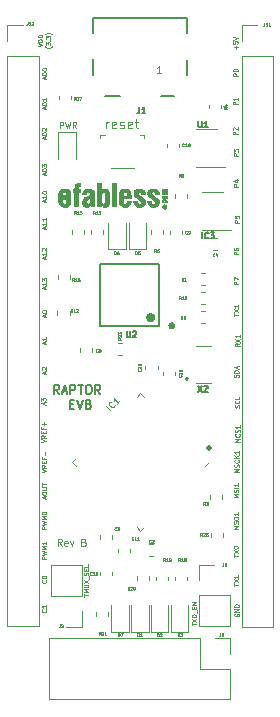
<source format=gto>
G04 #@! TF.GenerationSoftware,KiCad,Pcbnew,(5.1.5-0-10_14)*
G04 #@! TF.CreationDate,2020-03-23T13:17:36-07:00*
G04 #@! TF.ProjectId,raptor,72617074-6f72-42e6-9b69-6361645f7063,rev?*
G04 #@! TF.SameCoordinates,Original*
G04 #@! TF.FileFunction,Legend,Top*
G04 #@! TF.FilePolarity,Positive*
%FSLAX46Y46*%
G04 Gerber Fmt 4.6, Leading zero omitted, Abs format (unit mm)*
G04 Created by KiCad (PCBNEW (5.1.5-0-10_14)) date 2020-03-23 13:17:36*
%MOMM*%
%LPD*%
G04 APERTURE LIST*
%ADD10C,0.100000*%
%ADD11C,0.120000*%
%ADD12C,0.095250*%
%ADD13C,0.508000*%
%ADD14C,0.150000*%
%ADD15C,0.010000*%
%ADD16C,0.127000*%
%ADD17C,0.200000*%
%ADD18C,0.063500*%
%ADD19C,0.101600*%
%ADD20C,0.015000*%
G04 APERTURE END LIST*
D10*
X141522533Y-92732990D02*
X141522533Y-92232990D01*
X141713009Y-92232990D01*
X141760628Y-92256800D01*
X141784438Y-92280609D01*
X141808247Y-92328228D01*
X141808247Y-92399657D01*
X141784438Y-92447276D01*
X141760628Y-92471085D01*
X141713009Y-92494895D01*
X141522533Y-92494895D01*
X141974914Y-92232990D02*
X142093961Y-92732990D01*
X142189200Y-92375847D01*
X142284438Y-92732990D01*
X142403485Y-92232990D01*
X142879676Y-92732990D02*
X142713009Y-92494895D01*
X142593961Y-92732990D02*
X142593961Y-92232990D01*
X142784438Y-92232990D01*
X142832057Y-92256800D01*
X142855866Y-92280609D01*
X142879676Y-92328228D01*
X142879676Y-92399657D01*
X142855866Y-92447276D01*
X142832057Y-92471085D01*
X142784438Y-92494895D01*
X142593961Y-92494895D01*
D11*
X145465961Y-92767104D02*
X145465961Y-92233771D01*
X145465961Y-92386152D02*
X145504057Y-92309961D01*
X145542152Y-92271866D01*
X145618342Y-92233771D01*
X145694533Y-92233771D01*
X146265961Y-92729009D02*
X146189771Y-92767104D01*
X146037390Y-92767104D01*
X145961200Y-92729009D01*
X145923104Y-92652819D01*
X145923104Y-92348057D01*
X145961200Y-92271866D01*
X146037390Y-92233771D01*
X146189771Y-92233771D01*
X146265961Y-92271866D01*
X146304057Y-92348057D01*
X146304057Y-92424247D01*
X145923104Y-92500438D01*
X146608819Y-92729009D02*
X146685009Y-92767104D01*
X146837390Y-92767104D01*
X146913580Y-92729009D01*
X146951676Y-92652819D01*
X146951676Y-92614723D01*
X146913580Y-92538533D01*
X146837390Y-92500438D01*
X146723104Y-92500438D01*
X146646914Y-92462342D01*
X146608819Y-92386152D01*
X146608819Y-92348057D01*
X146646914Y-92271866D01*
X146723104Y-92233771D01*
X146837390Y-92233771D01*
X146913580Y-92271866D01*
X147599295Y-92729009D02*
X147523104Y-92767104D01*
X147370723Y-92767104D01*
X147294533Y-92729009D01*
X147256438Y-92652819D01*
X147256438Y-92348057D01*
X147294533Y-92271866D01*
X147370723Y-92233771D01*
X147523104Y-92233771D01*
X147599295Y-92271866D01*
X147637390Y-92348057D01*
X147637390Y-92424247D01*
X147256438Y-92500438D01*
X147865961Y-92233771D02*
X148170723Y-92233771D01*
X147980247Y-91967104D02*
X147980247Y-92652819D01*
X148018342Y-92729009D01*
X148094533Y-92767104D01*
X148170723Y-92767104D01*
X141665428Y-128135028D02*
X141465428Y-127849314D01*
X141322571Y-128135028D02*
X141322571Y-127535028D01*
X141551142Y-127535028D01*
X141608285Y-127563600D01*
X141636857Y-127592171D01*
X141665428Y-127649314D01*
X141665428Y-127735028D01*
X141636857Y-127792171D01*
X141608285Y-127820742D01*
X141551142Y-127849314D01*
X141322571Y-127849314D01*
X142151142Y-128106457D02*
X142094000Y-128135028D01*
X141979714Y-128135028D01*
X141922571Y-128106457D01*
X141894000Y-128049314D01*
X141894000Y-127820742D01*
X141922571Y-127763600D01*
X141979714Y-127735028D01*
X142094000Y-127735028D01*
X142151142Y-127763600D01*
X142179714Y-127820742D01*
X142179714Y-127877885D01*
X141894000Y-127935028D01*
X142379714Y-127735028D02*
X142522571Y-128135028D01*
X142665428Y-127735028D01*
X143551142Y-127820742D02*
X143636857Y-127849314D01*
X143665428Y-127877885D01*
X143694000Y-127935028D01*
X143694000Y-128020742D01*
X143665428Y-128077885D01*
X143636857Y-128106457D01*
X143579714Y-128135028D01*
X143351142Y-128135028D01*
X143351142Y-127535028D01*
X143551142Y-127535028D01*
X143608285Y-127563600D01*
X143636857Y-127592171D01*
X143665428Y-127649314D01*
X143665428Y-127706457D01*
X143636857Y-127763600D01*
X143608285Y-127792171D01*
X143551142Y-127820742D01*
X143351142Y-127820742D01*
D12*
X152699357Y-134855857D02*
X152699357Y-134638142D01*
X153080357Y-134747000D02*
X152699357Y-134747000D01*
X152699357Y-134547428D02*
X153080357Y-134293428D01*
X152699357Y-134293428D02*
X153080357Y-134547428D01*
X153080357Y-134148285D02*
X152699357Y-134148285D01*
X152699357Y-134057571D01*
X152717500Y-134003142D01*
X152753785Y-133966857D01*
X152790071Y-133948714D01*
X152862642Y-133930571D01*
X152917071Y-133930571D01*
X152989642Y-133948714D01*
X153025928Y-133966857D01*
X153062214Y-134003142D01*
X153080357Y-134057571D01*
X153080357Y-134148285D01*
X153116642Y-133858000D02*
X153116642Y-133567714D01*
X152880785Y-133477000D02*
X152880785Y-133350000D01*
X153080357Y-133295571D02*
X153080357Y-133477000D01*
X152699357Y-133477000D01*
X152699357Y-133295571D01*
X153080357Y-133132285D02*
X152699357Y-133132285D01*
X153080357Y-132914571D01*
X152699357Y-132914571D01*
X143555357Y-132424714D02*
X143555357Y-132207000D01*
X143936357Y-132315857D02*
X143555357Y-132315857D01*
X143936357Y-132080000D02*
X143555357Y-132080000D01*
X143827500Y-131953000D01*
X143555357Y-131826000D01*
X143936357Y-131826000D01*
X143555357Y-131644571D02*
X143863785Y-131644571D01*
X143900071Y-131626428D01*
X143918214Y-131608285D01*
X143936357Y-131572000D01*
X143936357Y-131499428D01*
X143918214Y-131463142D01*
X143900071Y-131445000D01*
X143863785Y-131426857D01*
X143555357Y-131426857D01*
X143555357Y-131281714D02*
X143936357Y-131027714D01*
X143555357Y-131027714D02*
X143936357Y-131281714D01*
X143972642Y-130973285D02*
X143972642Y-130683000D01*
X143918214Y-130610428D02*
X143936357Y-130556000D01*
X143936357Y-130465285D01*
X143918214Y-130429000D01*
X143900071Y-130410857D01*
X143863785Y-130392714D01*
X143827500Y-130392714D01*
X143791214Y-130410857D01*
X143773071Y-130429000D01*
X143754928Y-130465285D01*
X143736785Y-130537857D01*
X143718642Y-130574142D01*
X143700500Y-130592285D01*
X143664214Y-130610428D01*
X143627928Y-130610428D01*
X143591642Y-130592285D01*
X143573500Y-130574142D01*
X143555357Y-130537857D01*
X143555357Y-130447142D01*
X143573500Y-130392714D01*
X143736785Y-130229428D02*
X143736785Y-130102428D01*
X143936357Y-130048000D02*
X143936357Y-130229428D01*
X143555357Y-130229428D01*
X143555357Y-130048000D01*
X143936357Y-129703285D02*
X143936357Y-129884714D01*
X143555357Y-129884714D01*
X156417214Y-86079857D02*
X156417214Y-85789571D01*
X156562357Y-85934714D02*
X156272071Y-85934714D01*
X156181357Y-85426714D02*
X156181357Y-85608142D01*
X156362785Y-85626285D01*
X156344642Y-85608142D01*
X156326500Y-85571857D01*
X156326500Y-85481142D01*
X156344642Y-85444857D01*
X156362785Y-85426714D01*
X156399071Y-85408571D01*
X156489785Y-85408571D01*
X156526071Y-85426714D01*
X156544214Y-85444857D01*
X156562357Y-85481142D01*
X156562357Y-85571857D01*
X156544214Y-85608142D01*
X156526071Y-85626285D01*
X156181357Y-85299714D02*
X156562357Y-85172714D01*
X156181357Y-85045714D01*
X156642357Y-105981214D02*
X156261357Y-105981214D01*
X156261357Y-105836071D01*
X156279500Y-105799785D01*
X156297642Y-105781642D01*
X156333928Y-105763500D01*
X156388357Y-105763500D01*
X156424642Y-105781642D01*
X156442785Y-105799785D01*
X156460928Y-105836071D01*
X156460928Y-105981214D01*
X156261357Y-105636500D02*
X156261357Y-105382500D01*
X156642357Y-105545785D01*
X156255357Y-108661714D02*
X156255357Y-108444000D01*
X156636357Y-108552857D02*
X156255357Y-108552857D01*
X156255357Y-108353285D02*
X156636357Y-108099285D01*
X156255357Y-108099285D02*
X156636357Y-108353285D01*
X156636357Y-107754571D02*
X156636357Y-107972285D01*
X156636357Y-107863428D02*
X156255357Y-107863428D01*
X156309785Y-107899714D01*
X156346071Y-107936000D01*
X156364214Y-107972285D01*
D13*
X154178000Y-119888000D02*
G75*
G03X154178000Y-119888000I0J0D01*
G01*
D14*
X141452428Y-115271785D02*
X141202428Y-114914642D01*
X141023857Y-115271785D02*
X141023857Y-114521785D01*
X141309571Y-114521785D01*
X141381000Y-114557500D01*
X141416714Y-114593214D01*
X141452428Y-114664642D01*
X141452428Y-114771785D01*
X141416714Y-114843214D01*
X141381000Y-114878928D01*
X141309571Y-114914642D01*
X141023857Y-114914642D01*
X141738142Y-115057500D02*
X142095285Y-115057500D01*
X141666714Y-115271785D02*
X141916714Y-114521785D01*
X142166714Y-115271785D01*
X142416714Y-115271785D02*
X142416714Y-114521785D01*
X142702428Y-114521785D01*
X142773857Y-114557500D01*
X142809571Y-114593214D01*
X142845285Y-114664642D01*
X142845285Y-114771785D01*
X142809571Y-114843214D01*
X142773857Y-114878928D01*
X142702428Y-114914642D01*
X142416714Y-114914642D01*
X143059571Y-114521785D02*
X143488142Y-114521785D01*
X143273857Y-115271785D02*
X143273857Y-114521785D01*
X143881000Y-114521785D02*
X144023857Y-114521785D01*
X144095285Y-114557500D01*
X144166714Y-114628928D01*
X144202428Y-114771785D01*
X144202428Y-115021785D01*
X144166714Y-115164642D01*
X144095285Y-115236071D01*
X144023857Y-115271785D01*
X143881000Y-115271785D01*
X143809571Y-115236071D01*
X143738142Y-115164642D01*
X143702428Y-115021785D01*
X143702428Y-114771785D01*
X143738142Y-114628928D01*
X143809571Y-114557500D01*
X143881000Y-114521785D01*
X144952428Y-115271785D02*
X144702428Y-114914642D01*
X144523857Y-115271785D02*
X144523857Y-114521785D01*
X144809571Y-114521785D01*
X144881000Y-114557500D01*
X144916714Y-114593214D01*
X144952428Y-114664642D01*
X144952428Y-114771785D01*
X144916714Y-114843214D01*
X144881000Y-114878928D01*
X144809571Y-114914642D01*
X144523857Y-114914642D01*
X142398857Y-116153928D02*
X142648857Y-116153928D01*
X142756000Y-116546785D02*
X142398857Y-116546785D01*
X142398857Y-115796785D01*
X142756000Y-115796785D01*
X142970285Y-115796785D02*
X143220285Y-116546785D01*
X143470285Y-115796785D01*
X143970285Y-116153928D02*
X144077428Y-116189642D01*
X144113142Y-116225357D01*
X144148857Y-116296785D01*
X144148857Y-116403928D01*
X144113142Y-116475357D01*
X144077428Y-116511071D01*
X144006000Y-116546785D01*
X143720285Y-116546785D01*
X143720285Y-115796785D01*
X143970285Y-115796785D01*
X144041714Y-115832500D01*
X144077428Y-115868214D01*
X144113142Y-115939642D01*
X144113142Y-116011071D01*
X144077428Y-116082500D01*
X144041714Y-116118214D01*
X143970285Y-116153928D01*
X143720285Y-116153928D01*
D12*
X156642357Y-103461214D02*
X156261357Y-103461214D01*
X156261357Y-103316071D01*
X156279500Y-103279785D01*
X156297642Y-103261642D01*
X156333928Y-103243500D01*
X156388357Y-103243500D01*
X156424642Y-103261642D01*
X156442785Y-103279785D01*
X156460928Y-103316071D01*
X156460928Y-103461214D01*
X156261357Y-102916928D02*
X156261357Y-102989500D01*
X156279500Y-103025785D01*
X156297642Y-103043928D01*
X156352071Y-103080214D01*
X156424642Y-103098357D01*
X156569785Y-103098357D01*
X156606071Y-103080214D01*
X156624214Y-103062071D01*
X156642357Y-103025785D01*
X156642357Y-102953214D01*
X156624214Y-102916928D01*
X156606071Y-102898785D01*
X156569785Y-102880642D01*
X156479071Y-102880642D01*
X156442785Y-102898785D01*
X156424642Y-102916928D01*
X156406500Y-102953214D01*
X156406500Y-103025785D01*
X156424642Y-103062071D01*
X156442785Y-103080214D01*
X156479071Y-103098357D01*
X156582357Y-88331214D02*
X156201357Y-88331214D01*
X156201357Y-88186071D01*
X156219500Y-88149785D01*
X156237642Y-88131642D01*
X156273928Y-88113500D01*
X156328357Y-88113500D01*
X156364642Y-88131642D01*
X156382785Y-88149785D01*
X156400928Y-88186071D01*
X156400928Y-88331214D01*
X156201357Y-87877642D02*
X156201357Y-87841357D01*
X156219500Y-87805071D01*
X156237642Y-87786928D01*
X156273928Y-87768785D01*
X156346500Y-87750642D01*
X156437214Y-87750642D01*
X156509785Y-87768785D01*
X156546071Y-87786928D01*
X156564214Y-87805071D01*
X156582357Y-87841357D01*
X156582357Y-87877642D01*
X156564214Y-87913928D01*
X156546071Y-87932071D01*
X156509785Y-87950214D01*
X156437214Y-87968357D01*
X156346500Y-87968357D01*
X156273928Y-87950214D01*
X156237642Y-87932071D01*
X156219500Y-87913928D01*
X156201357Y-87877642D01*
X156562357Y-90761214D02*
X156181357Y-90761214D01*
X156181357Y-90616071D01*
X156199500Y-90579785D01*
X156217642Y-90561642D01*
X156253928Y-90543500D01*
X156308357Y-90543500D01*
X156344642Y-90561642D01*
X156362785Y-90579785D01*
X156380928Y-90616071D01*
X156380928Y-90761214D01*
X156562357Y-90180642D02*
X156562357Y-90398357D01*
X156562357Y-90289500D02*
X156181357Y-90289500D01*
X156235785Y-90325785D01*
X156272071Y-90362071D01*
X156290214Y-90398357D01*
X156562357Y-93291214D02*
X156181357Y-93291214D01*
X156181357Y-93146071D01*
X156199500Y-93109785D01*
X156217642Y-93091642D01*
X156253928Y-93073500D01*
X156308357Y-93073500D01*
X156344642Y-93091642D01*
X156362785Y-93109785D01*
X156380928Y-93146071D01*
X156380928Y-93291214D01*
X156217642Y-92928357D02*
X156199500Y-92910214D01*
X156181357Y-92873928D01*
X156181357Y-92783214D01*
X156199500Y-92746928D01*
X156217642Y-92728785D01*
X156253928Y-92710642D01*
X156290214Y-92710642D01*
X156344642Y-92728785D01*
X156562357Y-92946500D01*
X156562357Y-92710642D01*
X156612357Y-95121214D02*
X156231357Y-95121214D01*
X156231357Y-94976071D01*
X156249500Y-94939785D01*
X156267642Y-94921642D01*
X156303928Y-94903500D01*
X156358357Y-94903500D01*
X156394642Y-94921642D01*
X156412785Y-94939785D01*
X156430928Y-94976071D01*
X156430928Y-95121214D01*
X156231357Y-94776500D02*
X156231357Y-94540642D01*
X156376500Y-94667642D01*
X156376500Y-94613214D01*
X156394642Y-94576928D01*
X156412785Y-94558785D01*
X156449071Y-94540642D01*
X156539785Y-94540642D01*
X156576071Y-94558785D01*
X156594214Y-94576928D01*
X156612357Y-94613214D01*
X156612357Y-94722071D01*
X156594214Y-94758357D01*
X156576071Y-94776500D01*
X156622357Y-97711214D02*
X156241357Y-97711214D01*
X156241357Y-97566071D01*
X156259500Y-97529785D01*
X156277642Y-97511642D01*
X156313928Y-97493500D01*
X156368357Y-97493500D01*
X156404642Y-97511642D01*
X156422785Y-97529785D01*
X156440928Y-97566071D01*
X156440928Y-97711214D01*
X156368357Y-97166928D02*
X156622357Y-97166928D01*
X156223214Y-97257642D02*
X156495357Y-97348357D01*
X156495357Y-97112500D01*
X156692357Y-100781214D02*
X156311357Y-100781214D01*
X156311357Y-100636071D01*
X156329500Y-100599785D01*
X156347642Y-100581642D01*
X156383928Y-100563500D01*
X156438357Y-100563500D01*
X156474642Y-100581642D01*
X156492785Y-100599785D01*
X156510928Y-100636071D01*
X156510928Y-100781214D01*
X156311357Y-100218785D02*
X156311357Y-100400214D01*
X156492785Y-100418357D01*
X156474642Y-100400214D01*
X156456500Y-100363928D01*
X156456500Y-100273214D01*
X156474642Y-100236928D01*
X156492785Y-100218785D01*
X156529071Y-100200642D01*
X156619785Y-100200642D01*
X156656071Y-100218785D01*
X156674214Y-100236928D01*
X156692357Y-100273214D01*
X156692357Y-100363928D01*
X156674214Y-100400214D01*
X156656071Y-100418357D01*
X156742357Y-110994928D02*
X156560928Y-111121928D01*
X156742357Y-111212642D02*
X156361357Y-111212642D01*
X156361357Y-111067500D01*
X156379500Y-111031214D01*
X156397642Y-111013071D01*
X156433928Y-110994928D01*
X156488357Y-110994928D01*
X156524642Y-111013071D01*
X156542785Y-111031214D01*
X156560928Y-111067500D01*
X156560928Y-111212642D01*
X156361357Y-110867928D02*
X156742357Y-110613928D01*
X156361357Y-110613928D02*
X156742357Y-110867928D01*
X156742357Y-110269214D02*
X156742357Y-110486928D01*
X156742357Y-110378071D02*
X156361357Y-110378071D01*
X156415785Y-110414357D01*
X156452071Y-110450642D01*
X156470214Y-110486928D01*
X156634214Y-113852642D02*
X156652357Y-113798214D01*
X156652357Y-113707500D01*
X156634214Y-113671214D01*
X156616071Y-113653071D01*
X156579785Y-113634928D01*
X156543500Y-113634928D01*
X156507214Y-113653071D01*
X156489071Y-113671214D01*
X156470928Y-113707500D01*
X156452785Y-113780071D01*
X156434642Y-113816357D01*
X156416500Y-113834500D01*
X156380214Y-113852642D01*
X156343928Y-113852642D01*
X156307642Y-113834500D01*
X156289500Y-113816357D01*
X156271357Y-113780071D01*
X156271357Y-113689357D01*
X156289500Y-113634928D01*
X156652357Y-113471642D02*
X156271357Y-113471642D01*
X156271357Y-113380928D01*
X156289500Y-113326500D01*
X156325785Y-113290214D01*
X156362071Y-113272071D01*
X156434642Y-113253928D01*
X156489071Y-113253928D01*
X156561642Y-113272071D01*
X156597928Y-113290214D01*
X156634214Y-113326500D01*
X156652357Y-113380928D01*
X156652357Y-113471642D01*
X156543500Y-113108785D02*
X156543500Y-112927357D01*
X156652357Y-113145071D02*
X156271357Y-113018071D01*
X156652357Y-112891071D01*
X156694214Y-116433571D02*
X156712357Y-116379142D01*
X156712357Y-116288428D01*
X156694214Y-116252142D01*
X156676071Y-116234000D01*
X156639785Y-116215857D01*
X156603500Y-116215857D01*
X156567214Y-116234000D01*
X156549071Y-116252142D01*
X156530928Y-116288428D01*
X156512785Y-116361000D01*
X156494642Y-116397285D01*
X156476500Y-116415428D01*
X156440214Y-116433571D01*
X156403928Y-116433571D01*
X156367642Y-116415428D01*
X156349500Y-116397285D01*
X156331357Y-116361000D01*
X156331357Y-116270285D01*
X156349500Y-116215857D01*
X156676071Y-115834857D02*
X156694214Y-115853000D01*
X156712357Y-115907428D01*
X156712357Y-115943714D01*
X156694214Y-115998142D01*
X156657928Y-116034428D01*
X156621642Y-116052571D01*
X156549071Y-116070714D01*
X156494642Y-116070714D01*
X156422071Y-116052571D01*
X156385785Y-116034428D01*
X156349500Y-115998142D01*
X156331357Y-115943714D01*
X156331357Y-115907428D01*
X156349500Y-115853000D01*
X156367642Y-115834857D01*
X156712357Y-115490142D02*
X156712357Y-115671571D01*
X156331357Y-115671571D01*
X156752357Y-119320357D02*
X156371357Y-119320357D01*
X156643500Y-119193357D01*
X156371357Y-119066357D01*
X156752357Y-119066357D01*
X156716071Y-118667214D02*
X156734214Y-118685357D01*
X156752357Y-118739785D01*
X156752357Y-118776071D01*
X156734214Y-118830500D01*
X156697928Y-118866785D01*
X156661642Y-118884928D01*
X156589071Y-118903071D01*
X156534642Y-118903071D01*
X156462071Y-118884928D01*
X156425785Y-118866785D01*
X156389500Y-118830500D01*
X156371357Y-118776071D01*
X156371357Y-118739785D01*
X156389500Y-118685357D01*
X156407642Y-118667214D01*
X156734214Y-118522071D02*
X156752357Y-118467642D01*
X156752357Y-118376928D01*
X156734214Y-118340642D01*
X156716071Y-118322500D01*
X156679785Y-118304357D01*
X156643500Y-118304357D01*
X156607214Y-118322500D01*
X156589071Y-118340642D01*
X156570928Y-118376928D01*
X156552785Y-118449500D01*
X156534642Y-118485785D01*
X156516500Y-118503928D01*
X156480214Y-118522071D01*
X156443928Y-118522071D01*
X156407642Y-118503928D01*
X156389500Y-118485785D01*
X156371357Y-118449500D01*
X156371357Y-118358785D01*
X156389500Y-118304357D01*
X156752357Y-117941500D02*
X156752357Y-118159214D01*
X156752357Y-118050357D02*
X156371357Y-118050357D01*
X156425785Y-118086642D01*
X156462071Y-118122928D01*
X156480214Y-118159214D01*
X156682357Y-121870857D02*
X156301357Y-121870857D01*
X156573500Y-121743857D01*
X156301357Y-121616857D01*
X156682357Y-121616857D01*
X156664214Y-121453571D02*
X156682357Y-121399142D01*
X156682357Y-121308428D01*
X156664214Y-121272142D01*
X156646071Y-121254000D01*
X156609785Y-121235857D01*
X156573500Y-121235857D01*
X156537214Y-121254000D01*
X156519071Y-121272142D01*
X156500928Y-121308428D01*
X156482785Y-121381000D01*
X156464642Y-121417285D01*
X156446500Y-121435428D01*
X156410214Y-121453571D01*
X156373928Y-121453571D01*
X156337642Y-121435428D01*
X156319500Y-121417285D01*
X156301357Y-121381000D01*
X156301357Y-121290285D01*
X156319500Y-121235857D01*
X156646071Y-120854857D02*
X156664214Y-120873000D01*
X156682357Y-120927428D01*
X156682357Y-120963714D01*
X156664214Y-121018142D01*
X156627928Y-121054428D01*
X156591642Y-121072571D01*
X156519071Y-121090714D01*
X156464642Y-121090714D01*
X156392071Y-121072571D01*
X156355785Y-121054428D01*
X156319500Y-121018142D01*
X156301357Y-120963714D01*
X156301357Y-120927428D01*
X156319500Y-120873000D01*
X156337642Y-120854857D01*
X156682357Y-120691571D02*
X156301357Y-120691571D01*
X156682357Y-120473857D02*
X156464642Y-120637142D01*
X156301357Y-120473857D02*
X156519071Y-120691571D01*
X156682357Y-120111000D02*
X156682357Y-120328714D01*
X156682357Y-120219857D02*
X156301357Y-120219857D01*
X156355785Y-120256142D01*
X156392071Y-120292428D01*
X156410214Y-120328714D01*
X156636357Y-124024571D02*
X156255357Y-124024571D01*
X156527500Y-123897571D01*
X156255357Y-123770571D01*
X156636357Y-123770571D01*
X156618214Y-123607285D02*
X156636357Y-123552857D01*
X156636357Y-123462142D01*
X156618214Y-123425857D01*
X156600071Y-123407714D01*
X156563785Y-123389571D01*
X156527500Y-123389571D01*
X156491214Y-123407714D01*
X156473071Y-123425857D01*
X156454928Y-123462142D01*
X156436785Y-123534714D01*
X156418642Y-123571000D01*
X156400500Y-123589142D01*
X156364214Y-123607285D01*
X156327928Y-123607285D01*
X156291642Y-123589142D01*
X156273500Y-123571000D01*
X156255357Y-123534714D01*
X156255357Y-123444000D01*
X156273500Y-123389571D01*
X156636357Y-123226285D02*
X156255357Y-123226285D01*
X156636357Y-122845285D02*
X156636357Y-123063000D01*
X156636357Y-122954142D02*
X156255357Y-122954142D01*
X156309785Y-122990428D01*
X156346071Y-123026714D01*
X156364214Y-123063000D01*
X156622357Y-126689428D02*
X156241357Y-126689428D01*
X156513500Y-126562428D01*
X156241357Y-126435428D01*
X156622357Y-126435428D01*
X156604214Y-126272142D02*
X156622357Y-126217714D01*
X156622357Y-126127000D01*
X156604214Y-126090714D01*
X156586071Y-126072571D01*
X156549785Y-126054428D01*
X156513500Y-126054428D01*
X156477214Y-126072571D01*
X156459071Y-126090714D01*
X156440928Y-126127000D01*
X156422785Y-126199571D01*
X156404642Y-126235857D01*
X156386500Y-126254000D01*
X156350214Y-126272142D01*
X156313928Y-126272142D01*
X156277642Y-126254000D01*
X156259500Y-126235857D01*
X156241357Y-126199571D01*
X156241357Y-126108857D01*
X156259500Y-126054428D01*
X156241357Y-125818571D02*
X156241357Y-125746000D01*
X156259500Y-125709714D01*
X156295785Y-125673428D01*
X156368357Y-125655285D01*
X156495357Y-125655285D01*
X156567928Y-125673428D01*
X156604214Y-125709714D01*
X156622357Y-125746000D01*
X156622357Y-125818571D01*
X156604214Y-125854857D01*
X156567928Y-125891142D01*
X156495357Y-125909285D01*
X156368357Y-125909285D01*
X156295785Y-125891142D01*
X156259500Y-125854857D01*
X156241357Y-125818571D01*
X156622357Y-125292428D02*
X156622357Y-125510142D01*
X156622357Y-125401285D02*
X156241357Y-125401285D01*
X156295785Y-125437571D01*
X156332071Y-125473857D01*
X156350214Y-125510142D01*
X156231357Y-129061714D02*
X156231357Y-128844000D01*
X156612357Y-128952857D02*
X156231357Y-128952857D01*
X156231357Y-128753285D02*
X156612357Y-128499285D01*
X156231357Y-128499285D02*
X156612357Y-128753285D01*
X156231357Y-128281571D02*
X156231357Y-128245285D01*
X156249500Y-128209000D01*
X156267642Y-128190857D01*
X156303928Y-128172714D01*
X156376500Y-128154571D01*
X156467214Y-128154571D01*
X156539785Y-128172714D01*
X156576071Y-128190857D01*
X156594214Y-128209000D01*
X156612357Y-128245285D01*
X156612357Y-128281571D01*
X156594214Y-128317857D01*
X156576071Y-128336000D01*
X156539785Y-128354142D01*
X156467214Y-128372285D01*
X156376500Y-128372285D01*
X156303928Y-128354142D01*
X156267642Y-128336000D01*
X156249500Y-128317857D01*
X156231357Y-128281571D01*
X156231357Y-131535714D02*
X156231357Y-131318000D01*
X156612357Y-131426857D02*
X156231357Y-131426857D01*
X156231357Y-131227285D02*
X156612357Y-130973285D01*
X156231357Y-130973285D02*
X156612357Y-131227285D01*
X156612357Y-130628571D02*
X156612357Y-130846285D01*
X156612357Y-130737428D02*
X156231357Y-130737428D01*
X156285785Y-130773714D01*
X156322071Y-130810000D01*
X156340214Y-130846285D01*
X156319500Y-133894285D02*
X156301357Y-133930571D01*
X156301357Y-133985000D01*
X156319500Y-134039428D01*
X156355785Y-134075714D01*
X156392071Y-134093857D01*
X156464642Y-134112000D01*
X156519071Y-134112000D01*
X156591642Y-134093857D01*
X156627928Y-134075714D01*
X156664214Y-134039428D01*
X156682357Y-133985000D01*
X156682357Y-133948714D01*
X156664214Y-133894285D01*
X156646071Y-133876142D01*
X156519071Y-133876142D01*
X156519071Y-133948714D01*
X156682357Y-133712857D02*
X156301357Y-133712857D01*
X156682357Y-133495142D01*
X156301357Y-133495142D01*
X156682357Y-133313714D02*
X156301357Y-133313714D01*
X156301357Y-133223000D01*
X156319500Y-133168571D01*
X156355785Y-133132285D01*
X156392071Y-133114142D01*
X156464642Y-133096000D01*
X156519071Y-133096000D01*
X156591642Y-133114142D01*
X156627928Y-133132285D01*
X156664214Y-133168571D01*
X156682357Y-133223000D01*
X156682357Y-133313714D01*
X140336071Y-133513500D02*
X140354214Y-133531642D01*
X140372357Y-133586071D01*
X140372357Y-133622357D01*
X140354214Y-133676785D01*
X140317928Y-133713071D01*
X140281642Y-133731214D01*
X140209071Y-133749357D01*
X140154642Y-133749357D01*
X140082071Y-133731214D01*
X140045785Y-133713071D01*
X140009500Y-133676785D01*
X139991357Y-133622357D01*
X139991357Y-133586071D01*
X140009500Y-133531642D01*
X140027642Y-133513500D01*
X140372357Y-133150642D02*
X140372357Y-133368357D01*
X140372357Y-133259500D02*
X139991357Y-133259500D01*
X140045785Y-133295785D01*
X140082071Y-133332071D01*
X140100214Y-133368357D01*
X140326071Y-131023500D02*
X140344214Y-131041642D01*
X140362357Y-131096071D01*
X140362357Y-131132357D01*
X140344214Y-131186785D01*
X140307928Y-131223071D01*
X140271642Y-131241214D01*
X140199071Y-131259357D01*
X140144642Y-131259357D01*
X140072071Y-131241214D01*
X140035785Y-131223071D01*
X139999500Y-131186785D01*
X139981357Y-131132357D01*
X139981357Y-131096071D01*
X139999500Y-131041642D01*
X140017642Y-131023500D01*
X139981357Y-130787642D02*
X139981357Y-130751357D01*
X139999500Y-130715071D01*
X140017642Y-130696928D01*
X140053928Y-130678785D01*
X140126500Y-130660642D01*
X140217214Y-130660642D01*
X140289785Y-130678785D01*
X140326071Y-130696928D01*
X140344214Y-130715071D01*
X140362357Y-130751357D01*
X140362357Y-130787642D01*
X140344214Y-130823928D01*
X140326071Y-130842071D01*
X140289785Y-130860214D01*
X140217214Y-130878357D01*
X140126500Y-130878357D01*
X140053928Y-130860214D01*
X140017642Y-130842071D01*
X139999500Y-130823928D01*
X139981357Y-130787642D01*
X140380357Y-129246642D02*
X139999357Y-129246642D01*
X139999357Y-129101500D01*
X140017500Y-129065214D01*
X140035642Y-129047071D01*
X140071928Y-129028928D01*
X140126357Y-129028928D01*
X140162642Y-129047071D01*
X140180785Y-129065214D01*
X140198928Y-129101500D01*
X140198928Y-129246642D01*
X139999357Y-128901928D02*
X140380357Y-128811214D01*
X140108214Y-128738642D01*
X140380357Y-128666071D01*
X139999357Y-128575357D01*
X140380357Y-128430214D02*
X139999357Y-128430214D01*
X140271500Y-128303214D01*
X139999357Y-128176214D01*
X140380357Y-128176214D01*
X140380357Y-127795214D02*
X140380357Y-128012928D01*
X140380357Y-127904071D02*
X139999357Y-127904071D01*
X140053785Y-127940357D01*
X140090071Y-127976642D01*
X140108214Y-128012928D01*
X140380357Y-126700642D02*
X139999357Y-126700642D01*
X139999357Y-126555500D01*
X140017500Y-126519214D01*
X140035642Y-126501071D01*
X140071928Y-126482928D01*
X140126357Y-126482928D01*
X140162642Y-126501071D01*
X140180785Y-126519214D01*
X140198928Y-126555500D01*
X140198928Y-126700642D01*
X139999357Y-126355928D02*
X140380357Y-126265214D01*
X140108214Y-126192642D01*
X140380357Y-126120071D01*
X139999357Y-126029357D01*
X140380357Y-125884214D02*
X139999357Y-125884214D01*
X140271500Y-125757214D01*
X139999357Y-125630214D01*
X140380357Y-125630214D01*
X139999357Y-125376214D02*
X139999357Y-125339928D01*
X140017500Y-125303642D01*
X140035642Y-125285500D01*
X140071928Y-125267357D01*
X140144500Y-125249214D01*
X140235214Y-125249214D01*
X140307785Y-125267357D01*
X140344071Y-125285500D01*
X140362214Y-125303642D01*
X140380357Y-125339928D01*
X140380357Y-125376214D01*
X140362214Y-125412500D01*
X140344071Y-125430642D01*
X140307785Y-125448785D01*
X140235214Y-125466928D01*
X140144500Y-125466928D01*
X140071928Y-125448785D01*
X140035642Y-125430642D01*
X140017500Y-125412500D01*
X139999357Y-125376214D01*
X140271500Y-124125000D02*
X140271500Y-123943571D01*
X140380357Y-124161285D02*
X139999357Y-124034285D01*
X140380357Y-123907285D01*
X139999357Y-123707714D02*
X139999357Y-123635142D01*
X140017500Y-123598857D01*
X140053785Y-123562571D01*
X140126357Y-123544428D01*
X140253357Y-123544428D01*
X140325928Y-123562571D01*
X140362214Y-123598857D01*
X140380357Y-123635142D01*
X140380357Y-123707714D01*
X140362214Y-123744000D01*
X140325928Y-123780285D01*
X140253357Y-123798428D01*
X140126357Y-123798428D01*
X140053785Y-123780285D01*
X140017500Y-123744000D01*
X139999357Y-123707714D01*
X139999357Y-123381142D02*
X140307785Y-123381142D01*
X140344071Y-123363000D01*
X140362214Y-123344857D01*
X140380357Y-123308571D01*
X140380357Y-123236000D01*
X140362214Y-123199714D01*
X140344071Y-123181571D01*
X140307785Y-123163428D01*
X139999357Y-123163428D01*
X139999357Y-123036428D02*
X139999357Y-122818714D01*
X140380357Y-122927571D02*
X139999357Y-122927571D01*
X139665982Y-85852000D02*
X140046982Y-85725000D01*
X139665982Y-85598000D01*
X140046982Y-85471000D02*
X139665982Y-85471000D01*
X139665982Y-85380285D01*
X139684125Y-85325857D01*
X139720410Y-85289571D01*
X139756696Y-85271428D01*
X139829267Y-85253285D01*
X139883696Y-85253285D01*
X139956267Y-85271428D01*
X139992553Y-85289571D01*
X140028839Y-85325857D01*
X140046982Y-85380285D01*
X140046982Y-85471000D01*
X140046982Y-85090000D02*
X139665982Y-85090000D01*
X139665982Y-84999285D01*
X139684125Y-84944857D01*
X139720410Y-84908571D01*
X139756696Y-84890428D01*
X139829267Y-84872285D01*
X139883696Y-84872285D01*
X139956267Y-84890428D01*
X139992553Y-84908571D01*
X140028839Y-84944857D01*
X140046982Y-84999285D01*
X140046982Y-85090000D01*
X140858875Y-85852000D02*
X140840732Y-85870142D01*
X140786303Y-85906428D01*
X140750017Y-85924571D01*
X140695589Y-85942714D01*
X140604875Y-85960857D01*
X140532303Y-85960857D01*
X140441589Y-85942714D01*
X140387160Y-85924571D01*
X140350875Y-85906428D01*
X140296446Y-85870142D01*
X140278303Y-85852000D01*
X140332732Y-85743142D02*
X140332732Y-85507285D01*
X140477875Y-85634285D01*
X140477875Y-85579857D01*
X140496017Y-85543571D01*
X140514160Y-85525428D01*
X140550446Y-85507285D01*
X140641160Y-85507285D01*
X140677446Y-85525428D01*
X140695589Y-85543571D01*
X140713732Y-85579857D01*
X140713732Y-85688714D01*
X140695589Y-85725000D01*
X140677446Y-85743142D01*
X140677446Y-85344000D02*
X140695589Y-85325857D01*
X140713732Y-85344000D01*
X140695589Y-85362142D01*
X140677446Y-85344000D01*
X140713732Y-85344000D01*
X140332732Y-85198857D02*
X140332732Y-84963000D01*
X140477875Y-85090000D01*
X140477875Y-85035571D01*
X140496017Y-84999285D01*
X140514160Y-84981142D01*
X140550446Y-84963000D01*
X140641160Y-84963000D01*
X140677446Y-84981142D01*
X140695589Y-84999285D01*
X140713732Y-85035571D01*
X140713732Y-85144428D01*
X140695589Y-85180714D01*
X140677446Y-85198857D01*
X140858875Y-84836000D02*
X140840732Y-84817857D01*
X140786303Y-84781571D01*
X140750017Y-84763428D01*
X140695589Y-84745285D01*
X140604875Y-84727142D01*
X140532303Y-84727142D01*
X140441589Y-84745285D01*
X140387160Y-84763428D01*
X140350875Y-84781571D01*
X140296446Y-84817857D01*
X140278303Y-84836000D01*
X140271500Y-88591571D02*
X140271500Y-88410142D01*
X140380357Y-88627857D02*
X139999357Y-88500857D01*
X140380357Y-88373857D01*
X139999357Y-88174285D02*
X139999357Y-88138000D01*
X140017500Y-88101714D01*
X140035642Y-88083571D01*
X140071928Y-88065428D01*
X140144500Y-88047285D01*
X140235214Y-88047285D01*
X140307785Y-88065428D01*
X140344071Y-88083571D01*
X140362214Y-88101714D01*
X140380357Y-88138000D01*
X140380357Y-88174285D01*
X140362214Y-88210571D01*
X140344071Y-88228714D01*
X140307785Y-88246857D01*
X140235214Y-88265000D01*
X140144500Y-88265000D01*
X140071928Y-88246857D01*
X140035642Y-88228714D01*
X140017500Y-88210571D01*
X139999357Y-88174285D01*
X139999357Y-87811428D02*
X139999357Y-87775142D01*
X140017500Y-87738857D01*
X140035642Y-87720714D01*
X140071928Y-87702571D01*
X140144500Y-87684428D01*
X140235214Y-87684428D01*
X140307785Y-87702571D01*
X140344071Y-87720714D01*
X140362214Y-87738857D01*
X140380357Y-87775142D01*
X140380357Y-87811428D01*
X140362214Y-87847714D01*
X140344071Y-87865857D01*
X140307785Y-87884000D01*
X140235214Y-87902142D01*
X140144500Y-87902142D01*
X140071928Y-87884000D01*
X140035642Y-87865857D01*
X140017500Y-87847714D01*
X139999357Y-87811428D01*
X140271500Y-91131571D02*
X140271500Y-90950142D01*
X140380357Y-91167857D02*
X139999357Y-91040857D01*
X140380357Y-90913857D01*
X139999357Y-90714285D02*
X139999357Y-90678000D01*
X140017500Y-90641714D01*
X140035642Y-90623571D01*
X140071928Y-90605428D01*
X140144500Y-90587285D01*
X140235214Y-90587285D01*
X140307785Y-90605428D01*
X140344071Y-90623571D01*
X140362214Y-90641714D01*
X140380357Y-90678000D01*
X140380357Y-90714285D01*
X140362214Y-90750571D01*
X140344071Y-90768714D01*
X140307785Y-90786857D01*
X140235214Y-90805000D01*
X140144500Y-90805000D01*
X140071928Y-90786857D01*
X140035642Y-90768714D01*
X140017500Y-90750571D01*
X139999357Y-90714285D01*
X140380357Y-90224428D02*
X140380357Y-90442142D01*
X140380357Y-90333285D02*
X139999357Y-90333285D01*
X140053785Y-90369571D01*
X140090071Y-90405857D01*
X140108214Y-90442142D01*
X140271500Y-93671571D02*
X140271500Y-93490142D01*
X140380357Y-93707857D02*
X139999357Y-93580857D01*
X140380357Y-93453857D01*
X139999357Y-93254285D02*
X139999357Y-93218000D01*
X140017500Y-93181714D01*
X140035642Y-93163571D01*
X140071928Y-93145428D01*
X140144500Y-93127285D01*
X140235214Y-93127285D01*
X140307785Y-93145428D01*
X140344071Y-93163571D01*
X140362214Y-93181714D01*
X140380357Y-93218000D01*
X140380357Y-93254285D01*
X140362214Y-93290571D01*
X140344071Y-93308714D01*
X140307785Y-93326857D01*
X140235214Y-93345000D01*
X140144500Y-93345000D01*
X140071928Y-93326857D01*
X140035642Y-93308714D01*
X140017500Y-93290571D01*
X139999357Y-93254285D01*
X140035642Y-92982142D02*
X140017500Y-92964000D01*
X139999357Y-92927714D01*
X139999357Y-92837000D01*
X140017500Y-92800714D01*
X140035642Y-92782571D01*
X140071928Y-92764428D01*
X140108214Y-92764428D01*
X140162642Y-92782571D01*
X140380357Y-93000285D01*
X140380357Y-92764428D01*
X140271500Y-96719571D02*
X140271500Y-96538142D01*
X140380357Y-96755857D02*
X139999357Y-96628857D01*
X140380357Y-96501857D01*
X139999357Y-96302285D02*
X139999357Y-96266000D01*
X140017500Y-96229714D01*
X140035642Y-96211571D01*
X140071928Y-96193428D01*
X140144500Y-96175285D01*
X140235214Y-96175285D01*
X140307785Y-96193428D01*
X140344071Y-96211571D01*
X140362214Y-96229714D01*
X140380357Y-96266000D01*
X140380357Y-96302285D01*
X140362214Y-96338571D01*
X140344071Y-96356714D01*
X140307785Y-96374857D01*
X140235214Y-96393000D01*
X140144500Y-96393000D01*
X140071928Y-96374857D01*
X140035642Y-96356714D01*
X140017500Y-96338571D01*
X139999357Y-96302285D01*
X139999357Y-96048285D02*
X139999357Y-95812428D01*
X140144500Y-95939428D01*
X140144500Y-95885000D01*
X140162642Y-95848714D01*
X140180785Y-95830571D01*
X140217071Y-95812428D01*
X140307785Y-95812428D01*
X140344071Y-95830571D01*
X140362214Y-95848714D01*
X140380357Y-95885000D01*
X140380357Y-95993857D01*
X140362214Y-96030142D01*
X140344071Y-96048285D01*
X140271500Y-99005571D02*
X140271500Y-98824142D01*
X140380357Y-99041857D02*
X139999357Y-98914857D01*
X140380357Y-98787857D01*
X140380357Y-98461285D02*
X140380357Y-98679000D01*
X140380357Y-98570142D02*
X139999357Y-98570142D01*
X140053785Y-98606428D01*
X140090071Y-98642714D01*
X140108214Y-98679000D01*
X139999357Y-98225428D02*
X139999357Y-98189142D01*
X140017500Y-98152857D01*
X140035642Y-98134714D01*
X140071928Y-98116571D01*
X140144500Y-98098428D01*
X140235214Y-98098428D01*
X140307785Y-98116571D01*
X140344071Y-98134714D01*
X140362214Y-98152857D01*
X140380357Y-98189142D01*
X140380357Y-98225428D01*
X140362214Y-98261714D01*
X140344071Y-98279857D01*
X140307785Y-98298000D01*
X140235214Y-98316142D01*
X140144500Y-98316142D01*
X140071928Y-98298000D01*
X140035642Y-98279857D01*
X140017500Y-98261714D01*
X139999357Y-98225428D01*
X140271500Y-101291571D02*
X140271500Y-101110142D01*
X140380357Y-101327857D02*
X139999357Y-101200857D01*
X140380357Y-101073857D01*
X140380357Y-100747285D02*
X140380357Y-100965000D01*
X140380357Y-100856142D02*
X139999357Y-100856142D01*
X140053785Y-100892428D01*
X140090071Y-100928714D01*
X140108214Y-100965000D01*
X140380357Y-100384428D02*
X140380357Y-100602142D01*
X140380357Y-100493285D02*
X139999357Y-100493285D01*
X140053785Y-100529571D01*
X140090071Y-100565857D01*
X140108214Y-100602142D01*
X140271500Y-103831571D02*
X140271500Y-103650142D01*
X140380357Y-103867857D02*
X139999357Y-103740857D01*
X140380357Y-103613857D01*
X140380357Y-103287285D02*
X140380357Y-103505000D01*
X140380357Y-103396142D02*
X139999357Y-103396142D01*
X140053785Y-103432428D01*
X140090071Y-103468714D01*
X140108214Y-103505000D01*
X140035642Y-103142142D02*
X140017500Y-103124000D01*
X139999357Y-103087714D01*
X139999357Y-102997000D01*
X140017500Y-102960714D01*
X140035642Y-102942571D01*
X140071928Y-102924428D01*
X140108214Y-102924428D01*
X140162642Y-102942571D01*
X140380357Y-103160285D01*
X140380357Y-102924428D01*
X140271500Y-106371571D02*
X140271500Y-106190142D01*
X140380357Y-106407857D02*
X139999357Y-106280857D01*
X140380357Y-106153857D01*
X140380357Y-105827285D02*
X140380357Y-106045000D01*
X140380357Y-105936142D02*
X139999357Y-105936142D01*
X140053785Y-105972428D01*
X140090071Y-106008714D01*
X140108214Y-106045000D01*
X139999357Y-105700285D02*
X139999357Y-105464428D01*
X140144500Y-105591428D01*
X140144500Y-105537000D01*
X140162642Y-105500714D01*
X140180785Y-105482571D01*
X140217071Y-105464428D01*
X140307785Y-105464428D01*
X140344071Y-105482571D01*
X140362214Y-105500714D01*
X140380357Y-105537000D01*
X140380357Y-105645857D01*
X140362214Y-105682142D01*
X140344071Y-105700285D01*
X140271500Y-108730142D02*
X140271500Y-108548714D01*
X140380357Y-108766428D02*
X139999357Y-108639428D01*
X140380357Y-108512428D01*
X139999357Y-108312857D02*
X139999357Y-108276571D01*
X140017500Y-108240285D01*
X140035642Y-108222142D01*
X140071928Y-108204000D01*
X140144500Y-108185857D01*
X140235214Y-108185857D01*
X140307785Y-108204000D01*
X140344071Y-108222142D01*
X140362214Y-108240285D01*
X140380357Y-108276571D01*
X140380357Y-108312857D01*
X140362214Y-108349142D01*
X140344071Y-108367285D01*
X140307785Y-108385428D01*
X140235214Y-108403571D01*
X140144500Y-108403571D01*
X140071928Y-108385428D01*
X140035642Y-108367285D01*
X140017500Y-108349142D01*
X139999357Y-108312857D01*
X140271500Y-111016142D02*
X140271500Y-110834714D01*
X140380357Y-111052428D02*
X139999357Y-110925428D01*
X140380357Y-110798428D01*
X140380357Y-110471857D02*
X140380357Y-110689571D01*
X140380357Y-110580714D02*
X139999357Y-110580714D01*
X140053785Y-110617000D01*
X140090071Y-110653285D01*
X140108214Y-110689571D01*
X140263500Y-113556142D02*
X140263500Y-113374714D01*
X140372357Y-113592428D02*
X139991357Y-113465428D01*
X140372357Y-113338428D01*
X140027642Y-113229571D02*
X140009500Y-113211428D01*
X139991357Y-113175142D01*
X139991357Y-113084428D01*
X140009500Y-113048142D01*
X140027642Y-113030000D01*
X140063928Y-113011857D01*
X140100214Y-113011857D01*
X140154642Y-113030000D01*
X140372357Y-113247714D01*
X140372357Y-113011857D01*
X140203500Y-116162142D02*
X140203500Y-115980714D01*
X140312357Y-116198428D02*
X139931357Y-116071428D01*
X140312357Y-115944428D01*
X139931357Y-115853714D02*
X139931357Y-115617857D01*
X140076500Y-115744857D01*
X140076500Y-115690428D01*
X140094642Y-115654142D01*
X140112785Y-115636000D01*
X140149071Y-115617857D01*
X140239785Y-115617857D01*
X140276071Y-115636000D01*
X140294214Y-115654142D01*
X140312357Y-115690428D01*
X140312357Y-115799285D01*
X140294214Y-115835571D01*
X140276071Y-115853714D01*
X139951357Y-119369000D02*
X140332357Y-119242000D01*
X139951357Y-119115000D01*
X140332357Y-118770285D02*
X140150928Y-118897285D01*
X140332357Y-118988000D02*
X139951357Y-118988000D01*
X139951357Y-118842857D01*
X139969500Y-118806571D01*
X139987642Y-118788428D01*
X140023928Y-118770285D01*
X140078357Y-118770285D01*
X140114642Y-118788428D01*
X140132785Y-118806571D01*
X140150928Y-118842857D01*
X140150928Y-118988000D01*
X140132785Y-118607000D02*
X140132785Y-118480000D01*
X140332357Y-118425571D02*
X140332357Y-118607000D01*
X139951357Y-118607000D01*
X139951357Y-118425571D01*
X140132785Y-118135285D02*
X140132785Y-118262285D01*
X140332357Y-118262285D02*
X139951357Y-118262285D01*
X139951357Y-118080857D01*
X140187214Y-117935714D02*
X140187214Y-117645428D01*
X140332357Y-117790571D02*
X140042071Y-117790571D01*
X139999357Y-121899000D02*
X140380357Y-121772000D01*
X139999357Y-121645000D01*
X140380357Y-121300285D02*
X140198928Y-121427285D01*
X140380357Y-121518000D02*
X139999357Y-121518000D01*
X139999357Y-121372857D01*
X140017500Y-121336571D01*
X140035642Y-121318428D01*
X140071928Y-121300285D01*
X140126357Y-121300285D01*
X140162642Y-121318428D01*
X140180785Y-121336571D01*
X140198928Y-121372857D01*
X140198928Y-121518000D01*
X140180785Y-121137000D02*
X140180785Y-121010000D01*
X140380357Y-120955571D02*
X140380357Y-121137000D01*
X139999357Y-121137000D01*
X139999357Y-120955571D01*
X140180785Y-120665285D02*
X140180785Y-120792285D01*
X140380357Y-120792285D02*
X139999357Y-120792285D01*
X139999357Y-120610857D01*
X140235214Y-120465714D02*
X140235214Y-120175428D01*
D11*
X137080000Y-134960000D02*
X139740000Y-134960000D01*
X137080000Y-86640000D02*
X137080000Y-134960000D01*
X139740000Y-86640000D02*
X139740000Y-134960000D01*
X137080000Y-86640000D02*
X139740000Y-86640000D01*
X137080000Y-85370000D02*
X137080000Y-84040000D01*
X137080000Y-84040000D02*
X138410000Y-84040000D01*
X153825142Y-121361976D02*
X154161018Y-121026100D01*
X142536182Y-121026100D02*
X142872058Y-121361976D01*
X142872058Y-120690224D02*
X142536182Y-121026100D01*
X148348600Y-115213682D02*
X148684476Y-115549558D01*
X148012724Y-115549558D02*
X148348600Y-115213682D01*
X148348600Y-126838518D02*
X148012724Y-126502642D01*
X148684476Y-126502642D02*
X148348600Y-126838518D01*
D15*
G36*
X150426915Y-99235433D02*
G01*
X150478246Y-99262361D01*
X150517296Y-99299779D01*
X150521851Y-99306633D01*
X150540521Y-99355281D01*
X150546246Y-99411949D01*
X150539155Y-99466618D01*
X150519375Y-99509267D01*
X150519278Y-99509391D01*
X150470885Y-99552436D01*
X150412311Y-99576077D01*
X150349987Y-99579050D01*
X150290341Y-99560093D01*
X150282891Y-99555814D01*
X150238247Y-99515421D01*
X150211439Y-99463503D01*
X150202235Y-99405833D01*
X150202371Y-99404868D01*
X150304500Y-99404868D01*
X150314202Y-99432741D01*
X150337203Y-99460123D01*
X150364346Y-99477280D01*
X150374350Y-99479100D01*
X150396885Y-99470692D01*
X150418800Y-99453700D01*
X150439646Y-99419910D01*
X150440038Y-99386953D01*
X150424617Y-99359581D01*
X150398025Y-99342548D01*
X150364902Y-99340607D01*
X150329889Y-99358513D01*
X150327725Y-99360418D01*
X150309458Y-99385951D01*
X150304500Y-99404868D01*
X150202371Y-99404868D01*
X150210400Y-99348182D01*
X150235703Y-99296324D01*
X150277909Y-99256030D01*
X150295394Y-99246308D01*
X150334379Y-99232054D01*
X150370694Y-99225206D01*
X150374350Y-99225100D01*
X150426915Y-99235433D01*
G37*
X150426915Y-99235433D02*
X150478246Y-99262361D01*
X150517296Y-99299779D01*
X150521851Y-99306633D01*
X150540521Y-99355281D01*
X150546246Y-99411949D01*
X150539155Y-99466618D01*
X150519375Y-99509267D01*
X150519278Y-99509391D01*
X150470885Y-99552436D01*
X150412311Y-99576077D01*
X150349987Y-99579050D01*
X150290341Y-99560093D01*
X150282891Y-99555814D01*
X150238247Y-99515421D01*
X150211439Y-99463503D01*
X150202235Y-99405833D01*
X150202371Y-99404868D01*
X150304500Y-99404868D01*
X150314202Y-99432741D01*
X150337203Y-99460123D01*
X150364346Y-99477280D01*
X150374350Y-99479100D01*
X150396885Y-99470692D01*
X150418800Y-99453700D01*
X150439646Y-99419910D01*
X150440038Y-99386953D01*
X150424617Y-99359581D01*
X150398025Y-99342548D01*
X150364902Y-99340607D01*
X150329889Y-99358513D01*
X150327725Y-99360418D01*
X150309458Y-99385951D01*
X150304500Y-99404868D01*
X150202371Y-99404868D01*
X150210400Y-99348182D01*
X150235703Y-99296324D01*
X150277909Y-99256030D01*
X150295394Y-99246308D01*
X150334379Y-99232054D01*
X150370694Y-99225206D01*
X150374350Y-99225100D01*
X150426915Y-99235433D01*
G36*
X141960814Y-97883739D02*
G01*
X142077312Y-97900323D01*
X142173059Y-97929636D01*
X142249955Y-97972913D01*
X142309901Y-98031393D01*
X142354798Y-98106314D01*
X142372749Y-98151950D01*
X142384861Y-98200683D01*
X142395817Y-98269380D01*
X142405090Y-98352614D01*
X142412151Y-98444955D01*
X142416470Y-98540975D01*
X142417593Y-98612325D01*
X142417800Y-98729800D01*
X141732000Y-98729800D01*
X141732000Y-98881942D01*
X141734785Y-98977952D01*
X141744149Y-99051606D01*
X141761602Y-99105436D01*
X141788655Y-99141975D01*
X141826817Y-99163756D01*
X141877599Y-99173311D01*
X141906343Y-99174300D01*
X141964847Y-99167061D01*
X142008799Y-99143875D01*
X142040044Y-99102539D01*
X142060428Y-99040847D01*
X142069782Y-98979089D01*
X142078407Y-98894900D01*
X142408623Y-98894900D01*
X142401593Y-99006025D01*
X142392324Y-99096050D01*
X142375588Y-99167750D01*
X142348748Y-99227735D01*
X142309172Y-99282614D01*
X142278011Y-99316045D01*
X142229254Y-99360591D01*
X142185659Y-99389482D01*
X142138607Y-99408403D01*
X142137370Y-99408780D01*
X142075494Y-99422283D01*
X141998929Y-99431444D01*
X141917931Y-99435668D01*
X141842758Y-99434364D01*
X141792495Y-99428724D01*
X141683327Y-99400375D01*
X141594326Y-99358234D01*
X141523579Y-99301073D01*
X141469177Y-99227662D01*
X141463234Y-99216913D01*
X141445328Y-99181506D01*
X141430855Y-99147053D01*
X141419457Y-99110398D01*
X141410773Y-99068380D01*
X141404444Y-99017844D01*
X141400110Y-98955631D01*
X141397411Y-98878584D01*
X141395988Y-98783543D01*
X141395481Y-98667352D01*
X141395454Y-98621850D01*
X141395517Y-98511159D01*
X141395836Y-98422724D01*
X141396497Y-98363395D01*
X141732000Y-98363395D01*
X141732000Y-98463100D01*
X142077929Y-98463100D01*
X142072581Y-98340820D01*
X142069713Y-98283904D01*
X142065902Y-98246168D01*
X142059345Y-98221406D01*
X142048237Y-98203414D01*
X142030774Y-98185984D01*
X142026416Y-98182070D01*
X141999077Y-98160890D01*
X141971462Y-98149888D01*
X141933458Y-98145924D01*
X141908968Y-98145600D01*
X141843511Y-98150003D01*
X141795645Y-98165174D01*
X141762979Y-98194056D01*
X141743123Y-98239590D01*
X141733686Y-98304718D01*
X141732000Y-98363395D01*
X141396497Y-98363395D01*
X141396609Y-98353398D01*
X141398036Y-98300035D01*
X141400317Y-98259492D01*
X141403649Y-98228621D01*
X141408232Y-98204278D01*
X141414265Y-98183317D01*
X141421947Y-98162594D01*
X141424996Y-98154978D01*
X141464641Y-98082845D01*
X141520798Y-98015169D01*
X141586225Y-97959711D01*
X141632098Y-97933041D01*
X141716534Y-97903720D01*
X141815146Y-97886098D01*
X141918909Y-97881528D01*
X141960814Y-97883739D01*
G37*
X141960814Y-97883739D02*
X142077312Y-97900323D01*
X142173059Y-97929636D01*
X142249955Y-97972913D01*
X142309901Y-98031393D01*
X142354798Y-98106314D01*
X142372749Y-98151950D01*
X142384861Y-98200683D01*
X142395817Y-98269380D01*
X142405090Y-98352614D01*
X142412151Y-98444955D01*
X142416470Y-98540975D01*
X142417593Y-98612325D01*
X142417800Y-98729800D01*
X141732000Y-98729800D01*
X141732000Y-98881942D01*
X141734785Y-98977952D01*
X141744149Y-99051606D01*
X141761602Y-99105436D01*
X141788655Y-99141975D01*
X141826817Y-99163756D01*
X141877599Y-99173311D01*
X141906343Y-99174300D01*
X141964847Y-99167061D01*
X142008799Y-99143875D01*
X142040044Y-99102539D01*
X142060428Y-99040847D01*
X142069782Y-98979089D01*
X142078407Y-98894900D01*
X142408623Y-98894900D01*
X142401593Y-99006025D01*
X142392324Y-99096050D01*
X142375588Y-99167750D01*
X142348748Y-99227735D01*
X142309172Y-99282614D01*
X142278011Y-99316045D01*
X142229254Y-99360591D01*
X142185659Y-99389482D01*
X142138607Y-99408403D01*
X142137370Y-99408780D01*
X142075494Y-99422283D01*
X141998929Y-99431444D01*
X141917931Y-99435668D01*
X141842758Y-99434364D01*
X141792495Y-99428724D01*
X141683327Y-99400375D01*
X141594326Y-99358234D01*
X141523579Y-99301073D01*
X141469177Y-99227662D01*
X141463234Y-99216913D01*
X141445328Y-99181506D01*
X141430855Y-99147053D01*
X141419457Y-99110398D01*
X141410773Y-99068380D01*
X141404444Y-99017844D01*
X141400110Y-98955631D01*
X141397411Y-98878584D01*
X141395988Y-98783543D01*
X141395481Y-98667352D01*
X141395454Y-98621850D01*
X141395517Y-98511159D01*
X141395836Y-98422724D01*
X141396497Y-98363395D01*
X141732000Y-98363395D01*
X141732000Y-98463100D01*
X142077929Y-98463100D01*
X142072581Y-98340820D01*
X142069713Y-98283904D01*
X142065902Y-98246168D01*
X142059345Y-98221406D01*
X142048237Y-98203414D01*
X142030774Y-98185984D01*
X142026416Y-98182070D01*
X141999077Y-98160890D01*
X141971462Y-98149888D01*
X141933458Y-98145924D01*
X141908968Y-98145600D01*
X141843511Y-98150003D01*
X141795645Y-98165174D01*
X141762979Y-98194056D01*
X141743123Y-98239590D01*
X141733686Y-98304718D01*
X141732000Y-98363395D01*
X141396497Y-98363395D01*
X141396609Y-98353398D01*
X141398036Y-98300035D01*
X141400317Y-98259492D01*
X141403649Y-98228621D01*
X141408232Y-98204278D01*
X141414265Y-98183317D01*
X141421947Y-98162594D01*
X141424996Y-98154978D01*
X141464641Y-98082845D01*
X141520798Y-98015169D01*
X141586225Y-97959711D01*
X141632098Y-97933041D01*
X141716534Y-97903720D01*
X141815146Y-97886098D01*
X141918909Y-97881528D01*
X141960814Y-97883739D01*
G36*
X144096802Y-97902578D02*
G01*
X144197232Y-97931612D01*
X144279701Y-97976055D01*
X144343084Y-98035498D01*
X144375220Y-98085277D01*
X144383566Y-98102610D01*
X144390575Y-98120641D01*
X144396384Y-98141692D01*
X144401127Y-98168080D01*
X144404941Y-98202125D01*
X144407960Y-98246147D01*
X144410322Y-98302466D01*
X144412160Y-98373400D01*
X144413611Y-98461270D01*
X144414810Y-98568395D01*
X144415893Y-98697094D01*
X144416598Y-98793300D01*
X144417641Y-98908931D01*
X144419044Y-99017416D01*
X144420739Y-99115959D01*
X144422659Y-99201765D01*
X144424737Y-99272039D01*
X144426907Y-99323986D01*
X144429100Y-99354809D01*
X144430249Y-99361625D01*
X144440062Y-99390200D01*
X144287539Y-99390200D01*
X144219573Y-99389907D01*
X144172974Y-99387590D01*
X144143711Y-99381089D01*
X144127752Y-99368245D01*
X144121064Y-99346898D01*
X144119615Y-99314889D01*
X144119600Y-99300261D01*
X144116334Y-99267872D01*
X144107985Y-99251289D01*
X144105326Y-99250500D01*
X144089909Y-99259394D01*
X144064412Y-99282479D01*
X144040217Y-99308251D01*
X143972551Y-99370650D01*
X143898760Y-99409427D01*
X143815232Y-99426236D01*
X143780297Y-99427208D01*
X143730927Y-99425225D01*
X143687648Y-99421139D01*
X143662317Y-99416433D01*
X143578350Y-99378964D01*
X143511712Y-99322981D01*
X143462482Y-99248618D01*
X143430742Y-99156010D01*
X143416572Y-99045290D01*
X143415760Y-99009200D01*
X143418735Y-98962592D01*
X143744254Y-98962592D01*
X143747106Y-99027541D01*
X143760124Y-99086392D01*
X143782689Y-99132124D01*
X143798490Y-99148786D01*
X143836086Y-99165987D01*
X143887003Y-99174261D01*
X143940680Y-99173315D01*
X143986558Y-99162853D01*
X144002546Y-99154479D01*
X144026602Y-99134773D01*
X144044820Y-99111352D01*
X144058100Y-99080450D01*
X144067340Y-99038301D01*
X144073439Y-98981139D01*
X144077296Y-98905198D01*
X144079272Y-98833031D01*
X144080740Y-98752094D01*
X144080977Y-98693532D01*
X144079805Y-98654342D01*
X144077049Y-98631520D01*
X144072532Y-98622062D01*
X144066910Y-98622440D01*
X144018187Y-98652637D01*
X143963986Y-98688998D01*
X143908879Y-98728114D01*
X143857444Y-98766577D01*
X143814254Y-98800979D01*
X143783885Y-98827911D01*
X143771519Y-98842482D01*
X143752186Y-98898566D01*
X143744254Y-98962592D01*
X143418735Y-98962592D01*
X143421886Y-98913251D01*
X143441770Y-98829774D01*
X143477307Y-98756500D01*
X143530391Y-98691161D01*
X143602917Y-98631489D01*
X143696779Y-98575217D01*
X143813872Y-98520078D01*
X143830129Y-98513197D01*
X143916778Y-98475342D01*
X143982124Y-98442962D01*
X144029211Y-98414294D01*
X144061083Y-98387575D01*
X144074059Y-98371903D01*
X144086351Y-98339903D01*
X144093047Y-98293662D01*
X144093711Y-98243809D01*
X144087906Y-98200974D01*
X144081768Y-98184200D01*
X144054595Y-98158123D01*
X144010338Y-98141328D01*
X143955523Y-98133741D01*
X143896680Y-98135287D01*
X143840337Y-98145890D01*
X143793021Y-98165475D01*
X143765816Y-98187845D01*
X143754417Y-98212028D01*
X143744373Y-98250781D01*
X143740416Y-98275537D01*
X143732250Y-98342450D01*
X143574823Y-98346030D01*
X143417396Y-98349611D01*
X143425259Y-98274389D01*
X143446070Y-98167725D01*
X143484583Y-98078883D01*
X143541198Y-98007503D01*
X143616312Y-97953222D01*
X143710323Y-97915680D01*
X143823632Y-97894515D01*
X143846550Y-97892381D01*
X143979533Y-97889365D01*
X144096802Y-97902578D01*
G37*
X144096802Y-97902578D02*
X144197232Y-97931612D01*
X144279701Y-97976055D01*
X144343084Y-98035498D01*
X144375220Y-98085277D01*
X144383566Y-98102610D01*
X144390575Y-98120641D01*
X144396384Y-98141692D01*
X144401127Y-98168080D01*
X144404941Y-98202125D01*
X144407960Y-98246147D01*
X144410322Y-98302466D01*
X144412160Y-98373400D01*
X144413611Y-98461270D01*
X144414810Y-98568395D01*
X144415893Y-98697094D01*
X144416598Y-98793300D01*
X144417641Y-98908931D01*
X144419044Y-99017416D01*
X144420739Y-99115959D01*
X144422659Y-99201765D01*
X144424737Y-99272039D01*
X144426907Y-99323986D01*
X144429100Y-99354809D01*
X144430249Y-99361625D01*
X144440062Y-99390200D01*
X144287539Y-99390200D01*
X144219573Y-99389907D01*
X144172974Y-99387590D01*
X144143711Y-99381089D01*
X144127752Y-99368245D01*
X144121064Y-99346898D01*
X144119615Y-99314889D01*
X144119600Y-99300261D01*
X144116334Y-99267872D01*
X144107985Y-99251289D01*
X144105326Y-99250500D01*
X144089909Y-99259394D01*
X144064412Y-99282479D01*
X144040217Y-99308251D01*
X143972551Y-99370650D01*
X143898760Y-99409427D01*
X143815232Y-99426236D01*
X143780297Y-99427208D01*
X143730927Y-99425225D01*
X143687648Y-99421139D01*
X143662317Y-99416433D01*
X143578350Y-99378964D01*
X143511712Y-99322981D01*
X143462482Y-99248618D01*
X143430742Y-99156010D01*
X143416572Y-99045290D01*
X143415760Y-99009200D01*
X143418735Y-98962592D01*
X143744254Y-98962592D01*
X143747106Y-99027541D01*
X143760124Y-99086392D01*
X143782689Y-99132124D01*
X143798490Y-99148786D01*
X143836086Y-99165987D01*
X143887003Y-99174261D01*
X143940680Y-99173315D01*
X143986558Y-99162853D01*
X144002546Y-99154479D01*
X144026602Y-99134773D01*
X144044820Y-99111352D01*
X144058100Y-99080450D01*
X144067340Y-99038301D01*
X144073439Y-98981139D01*
X144077296Y-98905198D01*
X144079272Y-98833031D01*
X144080740Y-98752094D01*
X144080977Y-98693532D01*
X144079805Y-98654342D01*
X144077049Y-98631520D01*
X144072532Y-98622062D01*
X144066910Y-98622440D01*
X144018187Y-98652637D01*
X143963986Y-98688998D01*
X143908879Y-98728114D01*
X143857444Y-98766577D01*
X143814254Y-98800979D01*
X143783885Y-98827911D01*
X143771519Y-98842482D01*
X143752186Y-98898566D01*
X143744254Y-98962592D01*
X143418735Y-98962592D01*
X143421886Y-98913251D01*
X143441770Y-98829774D01*
X143477307Y-98756500D01*
X143530391Y-98691161D01*
X143602917Y-98631489D01*
X143696779Y-98575217D01*
X143813872Y-98520078D01*
X143830129Y-98513197D01*
X143916778Y-98475342D01*
X143982124Y-98442962D01*
X144029211Y-98414294D01*
X144061083Y-98387575D01*
X144074059Y-98371903D01*
X144086351Y-98339903D01*
X144093047Y-98293662D01*
X144093711Y-98243809D01*
X144087906Y-98200974D01*
X144081768Y-98184200D01*
X144054595Y-98158123D01*
X144010338Y-98141328D01*
X143955523Y-98133741D01*
X143896680Y-98135287D01*
X143840337Y-98145890D01*
X143793021Y-98165475D01*
X143765816Y-98187845D01*
X143754417Y-98212028D01*
X143744373Y-98250781D01*
X143740416Y-98275537D01*
X143732250Y-98342450D01*
X143574823Y-98346030D01*
X143417396Y-98349611D01*
X143425259Y-98274389D01*
X143446070Y-98167725D01*
X143484583Y-98078883D01*
X143541198Y-98007503D01*
X143616312Y-97953222D01*
X143710323Y-97915680D01*
X143823632Y-97894515D01*
X143846550Y-97892381D01*
X143979533Y-97889365D01*
X144096802Y-97902578D01*
G36*
X145019427Y-97745552D02*
G01*
X145018379Y-97853959D01*
X145018657Y-97939943D01*
X145020243Y-98002783D01*
X145023118Y-98041756D01*
X145027261Y-98056140D01*
X145027650Y-98056207D01*
X145041709Y-98046454D01*
X145064212Y-98021934D01*
X145080914Y-98000531D01*
X145131522Y-97946236D01*
X145190966Y-97911649D01*
X145263441Y-97895009D01*
X145336025Y-97893544D01*
X145423180Y-97904987D01*
X145495151Y-97931467D01*
X145553276Y-97974612D01*
X145598889Y-98036048D01*
X145633326Y-98117402D01*
X145657924Y-98220301D01*
X145669236Y-98299221D01*
X145674148Y-98358956D01*
X145677765Y-98437633D01*
X145680093Y-98529568D01*
X145681137Y-98629078D01*
X145680904Y-98730479D01*
X145679400Y-98828086D01*
X145676629Y-98916215D01*
X145672598Y-98989183D01*
X145668494Y-99032633D01*
X145645513Y-99151167D01*
X145608988Y-99249637D01*
X145559260Y-99327437D01*
X145496672Y-99383958D01*
X145459450Y-99404606D01*
X145403034Y-99420779D01*
X145334310Y-99426742D01*
X145264305Y-99422311D01*
X145208041Y-99408817D01*
X145134021Y-99369640D01*
X145072974Y-99310129D01*
X145061011Y-99294165D01*
X145033100Y-99260696D01*
X145013405Y-99251043D01*
X145001303Y-99265455D01*
X144996172Y-99304184D01*
X144995900Y-99320350D01*
X144995900Y-99390200D01*
X144691100Y-99390200D01*
X144691100Y-98648929D01*
X145021300Y-98648929D01*
X145021785Y-98767341D01*
X145023496Y-98863301D01*
X145026813Y-98939741D01*
X145032117Y-98999596D01*
X145039789Y-99045800D01*
X145050211Y-99081286D01*
X145063762Y-99108987D01*
X145080824Y-99131837D01*
X145084537Y-99135918D01*
X145111106Y-99159958D01*
X145138898Y-99171274D01*
X145179366Y-99174285D01*
X145184016Y-99174300D01*
X145225266Y-99172078D01*
X145252096Y-99162526D01*
X145275307Y-99141312D01*
X145280032Y-99135805D01*
X145305818Y-99096509D01*
X145324664Y-99053088D01*
X145325541Y-99050080D01*
X145329509Y-99022497D01*
X145332758Y-98973727D01*
X145335286Y-98907973D01*
X145337095Y-98829436D01*
X145338186Y-98742321D01*
X145338559Y-98650828D01*
X145338215Y-98559162D01*
X145337155Y-98471523D01*
X145335378Y-98392116D01*
X145332887Y-98325143D01*
X145329682Y-98274806D01*
X145325762Y-98245308D01*
X145325409Y-98243942D01*
X145303296Y-98192054D01*
X145269342Y-98160690D01*
X145219518Y-98146881D01*
X145192067Y-98145600D01*
X145131627Y-98152900D01*
X145087765Y-98176798D01*
X145056620Y-98220284D01*
X145040634Y-98262902D01*
X145034203Y-98290417D01*
X145029271Y-98326378D01*
X145025679Y-98374011D01*
X145023264Y-98436541D01*
X145021865Y-98517192D01*
X145021321Y-98619190D01*
X145021300Y-98648929D01*
X144691100Y-98648929D01*
X144691100Y-97434400D01*
X145023905Y-97434400D01*
X145019427Y-97745552D01*
G37*
X145019427Y-97745552D02*
X145018379Y-97853959D01*
X145018657Y-97939943D01*
X145020243Y-98002783D01*
X145023118Y-98041756D01*
X145027261Y-98056140D01*
X145027650Y-98056207D01*
X145041709Y-98046454D01*
X145064212Y-98021934D01*
X145080914Y-98000531D01*
X145131522Y-97946236D01*
X145190966Y-97911649D01*
X145263441Y-97895009D01*
X145336025Y-97893544D01*
X145423180Y-97904987D01*
X145495151Y-97931467D01*
X145553276Y-97974612D01*
X145598889Y-98036048D01*
X145633326Y-98117402D01*
X145657924Y-98220301D01*
X145669236Y-98299221D01*
X145674148Y-98358956D01*
X145677765Y-98437633D01*
X145680093Y-98529568D01*
X145681137Y-98629078D01*
X145680904Y-98730479D01*
X145679400Y-98828086D01*
X145676629Y-98916215D01*
X145672598Y-98989183D01*
X145668494Y-99032633D01*
X145645513Y-99151167D01*
X145608988Y-99249637D01*
X145559260Y-99327437D01*
X145496672Y-99383958D01*
X145459450Y-99404606D01*
X145403034Y-99420779D01*
X145334310Y-99426742D01*
X145264305Y-99422311D01*
X145208041Y-99408817D01*
X145134021Y-99369640D01*
X145072974Y-99310129D01*
X145061011Y-99294165D01*
X145033100Y-99260696D01*
X145013405Y-99251043D01*
X145001303Y-99265455D01*
X144996172Y-99304184D01*
X144995900Y-99320350D01*
X144995900Y-99390200D01*
X144691100Y-99390200D01*
X144691100Y-98648929D01*
X145021300Y-98648929D01*
X145021785Y-98767341D01*
X145023496Y-98863301D01*
X145026813Y-98939741D01*
X145032117Y-98999596D01*
X145039789Y-99045800D01*
X145050211Y-99081286D01*
X145063762Y-99108987D01*
X145080824Y-99131837D01*
X145084537Y-99135918D01*
X145111106Y-99159958D01*
X145138898Y-99171274D01*
X145179366Y-99174285D01*
X145184016Y-99174300D01*
X145225266Y-99172078D01*
X145252096Y-99162526D01*
X145275307Y-99141312D01*
X145280032Y-99135805D01*
X145305818Y-99096509D01*
X145324664Y-99053088D01*
X145325541Y-99050080D01*
X145329509Y-99022497D01*
X145332758Y-98973727D01*
X145335286Y-98907973D01*
X145337095Y-98829436D01*
X145338186Y-98742321D01*
X145338559Y-98650828D01*
X145338215Y-98559162D01*
X145337155Y-98471523D01*
X145335378Y-98392116D01*
X145332887Y-98325143D01*
X145329682Y-98274806D01*
X145325762Y-98245308D01*
X145325409Y-98243942D01*
X145303296Y-98192054D01*
X145269342Y-98160690D01*
X145219518Y-98146881D01*
X145192067Y-98145600D01*
X145131627Y-98152900D01*
X145087765Y-98176798D01*
X145056620Y-98220284D01*
X145040634Y-98262902D01*
X145034203Y-98290417D01*
X145029271Y-98326378D01*
X145025679Y-98374011D01*
X145023264Y-98436541D01*
X145021865Y-98517192D01*
X145021321Y-98619190D01*
X145021300Y-98648929D01*
X144691100Y-98648929D01*
X144691100Y-97434400D01*
X145023905Y-97434400D01*
X145019427Y-97745552D01*
G36*
X147069983Y-97891855D02*
G01*
X147087085Y-97893259D01*
X147180709Y-97906439D01*
X147256135Y-97928685D01*
X147319717Y-97962564D01*
X147377811Y-98010646D01*
X147377932Y-98010764D01*
X147415437Y-98051175D01*
X147444834Y-98093185D01*
X147467170Y-98140627D01*
X147483489Y-98197332D01*
X147494839Y-98267133D01*
X147502265Y-98353862D01*
X147506814Y-98461351D01*
X147507461Y-98485325D01*
X147513284Y-98717100D01*
X146821444Y-98717100D01*
X146827209Y-98891725D01*
X146830675Y-98970926D01*
X146835425Y-99029121D01*
X146842024Y-99070692D01*
X146851036Y-99100022D01*
X146855081Y-99108625D01*
X146890936Y-99150963D01*
X146943775Y-99176965D01*
X147009907Y-99185056D01*
X147031126Y-99183820D01*
X147091444Y-99168454D01*
X147135713Y-99134936D01*
X147164553Y-99082373D01*
X147178578Y-99009872D01*
X147180229Y-98967925D01*
X147180300Y-98907600D01*
X147514183Y-98907600D01*
X147506638Y-98993325D01*
X147486715Y-99111504D01*
X147449527Y-99211927D01*
X147395436Y-99294077D01*
X147324804Y-99357440D01*
X147237995Y-99401499D01*
X147214016Y-99409375D01*
X147157964Y-99420215D01*
X147085788Y-99425988D01*
X147006248Y-99426724D01*
X146928102Y-99422455D01*
X146860111Y-99413211D01*
X146837400Y-99408043D01*
X146741557Y-99371797D01*
X146662510Y-99318092D01*
X146599643Y-99246111D01*
X146552343Y-99155038D01*
X146519996Y-99044055D01*
X146507705Y-98969133D01*
X146502604Y-98912582D01*
X146498807Y-98838346D01*
X146496313Y-98751877D01*
X146495119Y-98658631D01*
X146495223Y-98564061D01*
X146496590Y-98475800D01*
X146821239Y-98475800D01*
X147180300Y-98475800D01*
X147180300Y-98354519D01*
X147178046Y-98278593D01*
X147170205Y-98223813D01*
X147155153Y-98186238D01*
X147131266Y-98161926D01*
X147096922Y-98146934D01*
X147094554Y-98146262D01*
X147020273Y-98133436D01*
X146953803Y-98136961D01*
X146899383Y-98155872D01*
X146861253Y-98189208D01*
X146854131Y-98200882D01*
X146842057Y-98237952D01*
X146832703Y-98294635D01*
X146827387Y-98358255D01*
X146821239Y-98475800D01*
X146496590Y-98475800D01*
X146496624Y-98473621D01*
X146499319Y-98392766D01*
X146503306Y-98326949D01*
X146507962Y-98285300D01*
X146536458Y-98175050D01*
X146583327Y-98082065D01*
X146647904Y-98006793D01*
X146729524Y-97949685D01*
X146827521Y-97911192D01*
X146941229Y-97891765D01*
X147069983Y-97891855D01*
G37*
X147069983Y-97891855D02*
X147087085Y-97893259D01*
X147180709Y-97906439D01*
X147256135Y-97928685D01*
X147319717Y-97962564D01*
X147377811Y-98010646D01*
X147377932Y-98010764D01*
X147415437Y-98051175D01*
X147444834Y-98093185D01*
X147467170Y-98140627D01*
X147483489Y-98197332D01*
X147494839Y-98267133D01*
X147502265Y-98353862D01*
X147506814Y-98461351D01*
X147507461Y-98485325D01*
X147513284Y-98717100D01*
X146821444Y-98717100D01*
X146827209Y-98891725D01*
X146830675Y-98970926D01*
X146835425Y-99029121D01*
X146842024Y-99070692D01*
X146851036Y-99100022D01*
X146855081Y-99108625D01*
X146890936Y-99150963D01*
X146943775Y-99176965D01*
X147009907Y-99185056D01*
X147031126Y-99183820D01*
X147091444Y-99168454D01*
X147135713Y-99134936D01*
X147164553Y-99082373D01*
X147178578Y-99009872D01*
X147180229Y-98967925D01*
X147180300Y-98907600D01*
X147514183Y-98907600D01*
X147506638Y-98993325D01*
X147486715Y-99111504D01*
X147449527Y-99211927D01*
X147395436Y-99294077D01*
X147324804Y-99357440D01*
X147237995Y-99401499D01*
X147214016Y-99409375D01*
X147157964Y-99420215D01*
X147085788Y-99425988D01*
X147006248Y-99426724D01*
X146928102Y-99422455D01*
X146860111Y-99413211D01*
X146837400Y-99408043D01*
X146741557Y-99371797D01*
X146662510Y-99318092D01*
X146599643Y-99246111D01*
X146552343Y-99155038D01*
X146519996Y-99044055D01*
X146507705Y-98969133D01*
X146502604Y-98912582D01*
X146498807Y-98838346D01*
X146496313Y-98751877D01*
X146495119Y-98658631D01*
X146495223Y-98564061D01*
X146496590Y-98475800D01*
X146821239Y-98475800D01*
X147180300Y-98475800D01*
X147180300Y-98354519D01*
X147178046Y-98278593D01*
X147170205Y-98223813D01*
X147155153Y-98186238D01*
X147131266Y-98161926D01*
X147096922Y-98146934D01*
X147094554Y-98146262D01*
X147020273Y-98133436D01*
X146953803Y-98136961D01*
X146899383Y-98155872D01*
X146861253Y-98189208D01*
X146854131Y-98200882D01*
X146842057Y-98237952D01*
X146832703Y-98294635D01*
X146827387Y-98358255D01*
X146821239Y-98475800D01*
X146496590Y-98475800D01*
X146496624Y-98473621D01*
X146499319Y-98392766D01*
X146503306Y-98326949D01*
X146507962Y-98285300D01*
X146536458Y-98175050D01*
X146583327Y-98082065D01*
X146647904Y-98006793D01*
X146729524Y-97949685D01*
X146827521Y-97911192D01*
X146941229Y-97891765D01*
X147069983Y-97891855D01*
G36*
X148409116Y-97903305D02*
G01*
X148503996Y-97934726D01*
X148583810Y-97984411D01*
X148604151Y-98002136D01*
X148665806Y-98076801D01*
X148706561Y-98165865D01*
X148726372Y-98269233D01*
X148726885Y-98275775D01*
X148733112Y-98361500D01*
X148574292Y-98361500D01*
X148415472Y-98361499D01*
X148406785Y-98296013D01*
X148398107Y-98250352D01*
X148386062Y-98209608D01*
X148380135Y-98195790D01*
X148349722Y-98162453D01*
X148303803Y-98141382D01*
X148249378Y-98133069D01*
X148193447Y-98138007D01*
X148143010Y-98156688D01*
X148115720Y-98177193D01*
X148101738Y-98205358D01*
X148095118Y-98248046D01*
X148095954Y-98295444D01*
X148104341Y-98337737D01*
X148113975Y-98357967D01*
X148130324Y-98373610D01*
X148164163Y-98400509D01*
X148211791Y-98435914D01*
X148269509Y-98477075D01*
X148333050Y-98520857D01*
X148441811Y-98596476D01*
X148529984Y-98662701D01*
X148599503Y-98721880D01*
X148652302Y-98776362D01*
X148690315Y-98828497D01*
X148715477Y-98880633D01*
X148729721Y-98935120D01*
X148734981Y-98994306D01*
X148735122Y-99009200D01*
X148724638Y-99117228D01*
X148694146Y-99210238D01*
X148644035Y-99287619D01*
X148574689Y-99348760D01*
X148493999Y-99390234D01*
X148425258Y-99409317D01*
X148341511Y-99421404D01*
X148251367Y-99426226D01*
X148163437Y-99423512D01*
X148086328Y-99412991D01*
X148052535Y-99404074D01*
X147953998Y-99360429D01*
X147875238Y-99300915D01*
X147816108Y-99225339D01*
X147776462Y-99133510D01*
X147756155Y-99025238D01*
X147755258Y-99014499D01*
X147748133Y-98920300D01*
X148082000Y-98920300D01*
X148082000Y-98996907D01*
X148088133Y-99070548D01*
X148105825Y-99127158D01*
X148134011Y-99164042D01*
X148152062Y-99174380D01*
X148204432Y-99185744D01*
X148261562Y-99184759D01*
X148315981Y-99172990D01*
X148360222Y-99152002D01*
X148385777Y-99125410D01*
X148396655Y-99086753D01*
X148398792Y-99036155D01*
X148392640Y-98985352D01*
X148378881Y-98946463D01*
X148360408Y-98925763D01*
X148325581Y-98895554D01*
X148279473Y-98859970D01*
X148229656Y-98824828D01*
X148122413Y-98751179D01*
X148034861Y-98687660D01*
X147964579Y-98631899D01*
X147909150Y-98581522D01*
X147866153Y-98534154D01*
X147833171Y-98487423D01*
X147807785Y-98438954D01*
X147789920Y-98393310D01*
X147766165Y-98292865D01*
X147765870Y-98200601D01*
X147788045Y-98117819D01*
X147831701Y-98045821D01*
X147895847Y-97985910D01*
X147979493Y-97939386D01*
X148081649Y-97907553D01*
X148169591Y-97894122D01*
X148298028Y-97889865D01*
X148409116Y-97903305D01*
G37*
X148409116Y-97903305D02*
X148503996Y-97934726D01*
X148583810Y-97984411D01*
X148604151Y-98002136D01*
X148665806Y-98076801D01*
X148706561Y-98165865D01*
X148726372Y-98269233D01*
X148726885Y-98275775D01*
X148733112Y-98361500D01*
X148574292Y-98361500D01*
X148415472Y-98361499D01*
X148406785Y-98296013D01*
X148398107Y-98250352D01*
X148386062Y-98209608D01*
X148380135Y-98195790D01*
X148349722Y-98162453D01*
X148303803Y-98141382D01*
X148249378Y-98133069D01*
X148193447Y-98138007D01*
X148143010Y-98156688D01*
X148115720Y-98177193D01*
X148101738Y-98205358D01*
X148095118Y-98248046D01*
X148095954Y-98295444D01*
X148104341Y-98337737D01*
X148113975Y-98357967D01*
X148130324Y-98373610D01*
X148164163Y-98400509D01*
X148211791Y-98435914D01*
X148269509Y-98477075D01*
X148333050Y-98520857D01*
X148441811Y-98596476D01*
X148529984Y-98662701D01*
X148599503Y-98721880D01*
X148652302Y-98776362D01*
X148690315Y-98828497D01*
X148715477Y-98880633D01*
X148729721Y-98935120D01*
X148734981Y-98994306D01*
X148735122Y-99009200D01*
X148724638Y-99117228D01*
X148694146Y-99210238D01*
X148644035Y-99287619D01*
X148574689Y-99348760D01*
X148493999Y-99390234D01*
X148425258Y-99409317D01*
X148341511Y-99421404D01*
X148251367Y-99426226D01*
X148163437Y-99423512D01*
X148086328Y-99412991D01*
X148052535Y-99404074D01*
X147953998Y-99360429D01*
X147875238Y-99300915D01*
X147816108Y-99225339D01*
X147776462Y-99133510D01*
X147756155Y-99025238D01*
X147755258Y-99014499D01*
X147748133Y-98920300D01*
X148082000Y-98920300D01*
X148082000Y-98996907D01*
X148088133Y-99070548D01*
X148105825Y-99127158D01*
X148134011Y-99164042D01*
X148152062Y-99174380D01*
X148204432Y-99185744D01*
X148261562Y-99184759D01*
X148315981Y-99172990D01*
X148360222Y-99152002D01*
X148385777Y-99125410D01*
X148396655Y-99086753D01*
X148398792Y-99036155D01*
X148392640Y-98985352D01*
X148378881Y-98946463D01*
X148360408Y-98925763D01*
X148325581Y-98895554D01*
X148279473Y-98859970D01*
X148229656Y-98824828D01*
X148122413Y-98751179D01*
X148034861Y-98687660D01*
X147964579Y-98631899D01*
X147909150Y-98581522D01*
X147866153Y-98534154D01*
X147833171Y-98487423D01*
X147807785Y-98438954D01*
X147789920Y-98393310D01*
X147766165Y-98292865D01*
X147765870Y-98200601D01*
X147788045Y-98117819D01*
X147831701Y-98045821D01*
X147895847Y-97985910D01*
X147979493Y-97939386D01*
X148081649Y-97907553D01*
X148169591Y-97894122D01*
X148298028Y-97889865D01*
X148409116Y-97903305D01*
G36*
X149577516Y-97903305D02*
G01*
X149672396Y-97934726D01*
X149752210Y-97984411D01*
X149772551Y-98002136D01*
X149834206Y-98076801D01*
X149874961Y-98165865D01*
X149894772Y-98269233D01*
X149895285Y-98275775D01*
X149901512Y-98361500D01*
X149742692Y-98361500D01*
X149583872Y-98361499D01*
X149575185Y-98296013D01*
X149566507Y-98250352D01*
X149554462Y-98209608D01*
X149548535Y-98195790D01*
X149518122Y-98162453D01*
X149472203Y-98141382D01*
X149417778Y-98133069D01*
X149361847Y-98138007D01*
X149311410Y-98156688D01*
X149284120Y-98177193D01*
X149270138Y-98205358D01*
X149263518Y-98248046D01*
X149264354Y-98295444D01*
X149272741Y-98337737D01*
X149282375Y-98357967D01*
X149298724Y-98373610D01*
X149332563Y-98400509D01*
X149380191Y-98435914D01*
X149437909Y-98477075D01*
X149501450Y-98520857D01*
X149610211Y-98596476D01*
X149698384Y-98662701D01*
X149767903Y-98721880D01*
X149820702Y-98776362D01*
X149858715Y-98828497D01*
X149883877Y-98880633D01*
X149898121Y-98935120D01*
X149903381Y-98994306D01*
X149903522Y-99009200D01*
X149893038Y-99117228D01*
X149862546Y-99210238D01*
X149812435Y-99287619D01*
X149743089Y-99348760D01*
X149662399Y-99390234D01*
X149593658Y-99409317D01*
X149509911Y-99421404D01*
X149419767Y-99426226D01*
X149331837Y-99423512D01*
X149254728Y-99412991D01*
X149220935Y-99404074D01*
X149122398Y-99360429D01*
X149043638Y-99300915D01*
X148984508Y-99225339D01*
X148944862Y-99133510D01*
X148924555Y-99025238D01*
X148923658Y-99014499D01*
X148916533Y-98920300D01*
X149250400Y-98920300D01*
X149250400Y-98996907D01*
X149256533Y-99070548D01*
X149274225Y-99127158D01*
X149302411Y-99164042D01*
X149320462Y-99174380D01*
X149372832Y-99185744D01*
X149429962Y-99184759D01*
X149484381Y-99172990D01*
X149528622Y-99152002D01*
X149554177Y-99125410D01*
X149565055Y-99086753D01*
X149567192Y-99036155D01*
X149561040Y-98985352D01*
X149547281Y-98946463D01*
X149528808Y-98925763D01*
X149493981Y-98895554D01*
X149447873Y-98859970D01*
X149398056Y-98824828D01*
X149290813Y-98751179D01*
X149203261Y-98687660D01*
X149132979Y-98631899D01*
X149077550Y-98581522D01*
X149034553Y-98534154D01*
X149001571Y-98487423D01*
X148976185Y-98438954D01*
X148958320Y-98393310D01*
X148934565Y-98292865D01*
X148934270Y-98200601D01*
X148956445Y-98117819D01*
X149000101Y-98045821D01*
X149064247Y-97985910D01*
X149147893Y-97939386D01*
X149250049Y-97907553D01*
X149337991Y-97894122D01*
X149466428Y-97889865D01*
X149577516Y-97903305D01*
G37*
X149577516Y-97903305D02*
X149672396Y-97934726D01*
X149752210Y-97984411D01*
X149772551Y-98002136D01*
X149834206Y-98076801D01*
X149874961Y-98165865D01*
X149894772Y-98269233D01*
X149895285Y-98275775D01*
X149901512Y-98361500D01*
X149742692Y-98361500D01*
X149583872Y-98361499D01*
X149575185Y-98296013D01*
X149566507Y-98250352D01*
X149554462Y-98209608D01*
X149548535Y-98195790D01*
X149518122Y-98162453D01*
X149472203Y-98141382D01*
X149417778Y-98133069D01*
X149361847Y-98138007D01*
X149311410Y-98156688D01*
X149284120Y-98177193D01*
X149270138Y-98205358D01*
X149263518Y-98248046D01*
X149264354Y-98295444D01*
X149272741Y-98337737D01*
X149282375Y-98357967D01*
X149298724Y-98373610D01*
X149332563Y-98400509D01*
X149380191Y-98435914D01*
X149437909Y-98477075D01*
X149501450Y-98520857D01*
X149610211Y-98596476D01*
X149698384Y-98662701D01*
X149767903Y-98721880D01*
X149820702Y-98776362D01*
X149858715Y-98828497D01*
X149883877Y-98880633D01*
X149898121Y-98935120D01*
X149903381Y-98994306D01*
X149903522Y-99009200D01*
X149893038Y-99117228D01*
X149862546Y-99210238D01*
X149812435Y-99287619D01*
X149743089Y-99348760D01*
X149662399Y-99390234D01*
X149593658Y-99409317D01*
X149509911Y-99421404D01*
X149419767Y-99426226D01*
X149331837Y-99423512D01*
X149254728Y-99412991D01*
X149220935Y-99404074D01*
X149122398Y-99360429D01*
X149043638Y-99300915D01*
X148984508Y-99225339D01*
X148944862Y-99133510D01*
X148924555Y-99025238D01*
X148923658Y-99014499D01*
X148916533Y-98920300D01*
X149250400Y-98920300D01*
X149250400Y-98996907D01*
X149256533Y-99070548D01*
X149274225Y-99127158D01*
X149302411Y-99164042D01*
X149320462Y-99174380D01*
X149372832Y-99185744D01*
X149429962Y-99184759D01*
X149484381Y-99172990D01*
X149528622Y-99152002D01*
X149554177Y-99125410D01*
X149565055Y-99086753D01*
X149567192Y-99036155D01*
X149561040Y-98985352D01*
X149547281Y-98946463D01*
X149528808Y-98925763D01*
X149493981Y-98895554D01*
X149447873Y-98859970D01*
X149398056Y-98824828D01*
X149290813Y-98751179D01*
X149203261Y-98687660D01*
X149132979Y-98631899D01*
X149077550Y-98581522D01*
X149034553Y-98534154D01*
X149001571Y-98487423D01*
X148976185Y-98438954D01*
X148958320Y-98393310D01*
X148934565Y-98292865D01*
X148934270Y-98200601D01*
X148956445Y-98117819D01*
X149000101Y-98045821D01*
X149064247Y-97985910D01*
X149147893Y-97939386D01*
X149250049Y-97907553D01*
X149337991Y-97894122D01*
X149466428Y-97889865D01*
X149577516Y-97903305D01*
G36*
X143243300Y-97682233D02*
G01*
X143185846Y-97677663D01*
X143145108Y-97676647D01*
X143117948Y-97683937D01*
X143101674Y-97703483D01*
X143093591Y-97739237D01*
X143091006Y-97795151D01*
X143090900Y-97816955D01*
X143090900Y-97929700D01*
X143243300Y-97929700D01*
X143243300Y-98158300D01*
X143090900Y-98158300D01*
X143090900Y-99390200D01*
X142760700Y-99390200D01*
X142760700Y-98158300D01*
X142633700Y-98158300D01*
X142633700Y-97929700D01*
X142757157Y-97929700D01*
X142763482Y-97786367D01*
X142772901Y-97680777D01*
X142792282Y-97597222D01*
X142823846Y-97533547D01*
X142869813Y-97487594D01*
X142932404Y-97457207D01*
X143013838Y-97440230D01*
X143116335Y-97434507D01*
X143125825Y-97434470D01*
X143243300Y-97434400D01*
X143243300Y-97682233D01*
G37*
X143243300Y-97682233D02*
X143185846Y-97677663D01*
X143145108Y-97676647D01*
X143117948Y-97683937D01*
X143101674Y-97703483D01*
X143093591Y-97739237D01*
X143091006Y-97795151D01*
X143090900Y-97816955D01*
X143090900Y-97929700D01*
X143243300Y-97929700D01*
X143243300Y-98158300D01*
X143090900Y-98158300D01*
X143090900Y-99390200D01*
X142760700Y-99390200D01*
X142760700Y-98158300D01*
X142633700Y-98158300D01*
X142633700Y-97929700D01*
X142757157Y-97929700D01*
X142763482Y-97786367D01*
X142772901Y-97680777D01*
X142792282Y-97597222D01*
X142823846Y-97533547D01*
X142869813Y-97487594D01*
X142932404Y-97457207D01*
X143013838Y-97440230D01*
X143116335Y-97434507D01*
X143125825Y-97434470D01*
X143243300Y-97434400D01*
X143243300Y-97682233D01*
G36*
X146253200Y-99390200D02*
G01*
X145923000Y-99390200D01*
X145923000Y-97434400D01*
X146253200Y-97434400D01*
X146253200Y-99390200D01*
G37*
X146253200Y-99390200D02*
X145923000Y-99390200D01*
X145923000Y-97434400D01*
X146253200Y-97434400D01*
X146253200Y-99390200D01*
G36*
X150296073Y-98830224D02*
G01*
X150304209Y-98854297D01*
X150304500Y-98863055D01*
X150298410Y-98886501D01*
X150275575Y-98896414D01*
X150269575Y-98897231D01*
X150244451Y-98904348D01*
X150235407Y-98923339D01*
X150234650Y-98939350D01*
X150234650Y-98977450D01*
X150362918Y-98981048D01*
X150423878Y-98982052D01*
X150464484Y-98980593D01*
X150489712Y-98976091D01*
X150504538Y-98967965D01*
X150508232Y-98964108D01*
X150517735Y-98938091D01*
X150505371Y-98915190D01*
X150474626Y-98900049D01*
X150458033Y-98897213D01*
X150430101Y-98891716D01*
X150420567Y-98878219D01*
X150421214Y-98859113D01*
X150426751Y-98836415D01*
X150441561Y-98828180D01*
X150469600Y-98828858D01*
X150516381Y-98844003D01*
X150550546Y-98876242D01*
X150569121Y-98919168D01*
X150569133Y-98966376D01*
X150551775Y-99005880D01*
X150520946Y-99030479D01*
X150471408Y-99048048D01*
X150409078Y-99057769D01*
X150339876Y-99058825D01*
X150269720Y-99050398D01*
X150254005Y-99047017D01*
X150205922Y-99024933D01*
X150174912Y-98987715D01*
X150164800Y-98943458D01*
X150173982Y-98891733D01*
X150203028Y-98854916D01*
X150236231Y-98836270D01*
X150274449Y-98824622D01*
X150296073Y-98830224D01*
G37*
X150296073Y-98830224D02*
X150304209Y-98854297D01*
X150304500Y-98863055D01*
X150298410Y-98886501D01*
X150275575Y-98896414D01*
X150269575Y-98897231D01*
X150244451Y-98904348D01*
X150235407Y-98923339D01*
X150234650Y-98939350D01*
X150234650Y-98977450D01*
X150362918Y-98981048D01*
X150423878Y-98982052D01*
X150464484Y-98980593D01*
X150489712Y-98976091D01*
X150504538Y-98967965D01*
X150508232Y-98964108D01*
X150517735Y-98938091D01*
X150505371Y-98915190D01*
X150474626Y-98900049D01*
X150458033Y-98897213D01*
X150430101Y-98891716D01*
X150420567Y-98878219D01*
X150421214Y-98859113D01*
X150426751Y-98836415D01*
X150441561Y-98828180D01*
X150469600Y-98828858D01*
X150516381Y-98844003D01*
X150550546Y-98876242D01*
X150569121Y-98919168D01*
X150569133Y-98966376D01*
X150551775Y-99005880D01*
X150520946Y-99030479D01*
X150471408Y-99048048D01*
X150409078Y-99057769D01*
X150339876Y-99058825D01*
X150269720Y-99050398D01*
X150254005Y-99047017D01*
X150205922Y-99024933D01*
X150174912Y-98987715D01*
X150164800Y-98943458D01*
X150173982Y-98891733D01*
X150203028Y-98854916D01*
X150236231Y-98836270D01*
X150274449Y-98824622D01*
X150296073Y-98830224D01*
G36*
X150479594Y-98482817D02*
G01*
X150524648Y-98497880D01*
X150553121Y-98523136D01*
X150567707Y-98559960D01*
X150571200Y-98601393D01*
X150564575Y-98658619D01*
X150542623Y-98697279D01*
X150502226Y-98721079D01*
X150462426Y-98730699D01*
X150404472Y-98738302D01*
X150354785Y-98739139D01*
X150299026Y-98733176D01*
X150280204Y-98730256D01*
X150226401Y-98710991D01*
X150187777Y-98676344D01*
X150166439Y-98631588D01*
X150165030Y-98595610D01*
X150242967Y-98595610D01*
X150248454Y-98622130D01*
X150261096Y-98636885D01*
X150286370Y-98645721D01*
X150328211Y-98651370D01*
X150377943Y-98653474D01*
X150426891Y-98651674D01*
X150466380Y-98645609D01*
X150467108Y-98645416D01*
X150488864Y-98633050D01*
X150492850Y-98607620D01*
X150492508Y-98604315D01*
X150488650Y-98571050D01*
X150368173Y-98571050D01*
X150311779Y-98571515D01*
X150275893Y-98573550D01*
X150255631Y-98578113D01*
X150246108Y-98586162D01*
X150242967Y-98595610D01*
X150165030Y-98595610D01*
X150164496Y-98581997D01*
X150184057Y-98532845D01*
X150195321Y-98517933D01*
X150212858Y-98500035D01*
X150232214Y-98488961D01*
X150260268Y-98482641D01*
X150303903Y-98479008D01*
X150328966Y-98477766D01*
X150415265Y-98476570D01*
X150479594Y-98482817D01*
G37*
X150479594Y-98482817D02*
X150524648Y-98497880D01*
X150553121Y-98523136D01*
X150567707Y-98559960D01*
X150571200Y-98601393D01*
X150564575Y-98658619D01*
X150542623Y-98697279D01*
X150502226Y-98721079D01*
X150462426Y-98730699D01*
X150404472Y-98738302D01*
X150354785Y-98739139D01*
X150299026Y-98733176D01*
X150280204Y-98730256D01*
X150226401Y-98710991D01*
X150187777Y-98676344D01*
X150166439Y-98631588D01*
X150165030Y-98595610D01*
X150242967Y-98595610D01*
X150248454Y-98622130D01*
X150261096Y-98636885D01*
X150286370Y-98645721D01*
X150328211Y-98651370D01*
X150377943Y-98653474D01*
X150426891Y-98651674D01*
X150466380Y-98645609D01*
X150467108Y-98645416D01*
X150488864Y-98633050D01*
X150492850Y-98607620D01*
X150492508Y-98604315D01*
X150488650Y-98571050D01*
X150368173Y-98571050D01*
X150311779Y-98571515D01*
X150275893Y-98573550D01*
X150255631Y-98578113D01*
X150246108Y-98586162D01*
X150242967Y-98595610D01*
X150165030Y-98595610D01*
X150164496Y-98581997D01*
X150184057Y-98532845D01*
X150195321Y-98517933D01*
X150212858Y-98500035D01*
X150232214Y-98488961D01*
X150260268Y-98482641D01*
X150303903Y-98479008D01*
X150328966Y-98477766D01*
X150415265Y-98476570D01*
X150479594Y-98482817D01*
G36*
X150568868Y-97951925D02*
G01*
X150564850Y-97986850D01*
X150395830Y-97990398D01*
X150226811Y-97993947D01*
X150230730Y-98041198D01*
X150234650Y-98088450D01*
X150564850Y-98101150D01*
X150568832Y-98135700D01*
X150572814Y-98170251D01*
X150403732Y-98173800D01*
X150234650Y-98177350D01*
X150230532Y-98220468D01*
X150232390Y-98255617D01*
X150243232Y-98274248D01*
X150261891Y-98278376D01*
X150300385Y-98281793D01*
X150353149Y-98284151D01*
X150414622Y-98285102D01*
X150416468Y-98285105D01*
X150572887Y-98285300D01*
X150568868Y-98320225D01*
X150564850Y-98355150D01*
X150371175Y-98358655D01*
X150177500Y-98362161D01*
X150177500Y-98323730D01*
X150181149Y-98296836D01*
X150189953Y-98285307D01*
X150190200Y-98285300D01*
X150201776Y-98276575D01*
X150199861Y-98256915D01*
X150185677Y-98236089D01*
X150183850Y-98234500D01*
X150169510Y-98210582D01*
X150164800Y-98183700D01*
X150171342Y-98151932D01*
X150183850Y-98132900D01*
X150200112Y-98108684D01*
X150202900Y-98094800D01*
X150193739Y-98068168D01*
X150183850Y-98056700D01*
X150167883Y-98028803D01*
X150166847Y-97991402D01*
X150180152Y-97955097D01*
X150190200Y-97942400D01*
X150202516Y-97932249D01*
X150218672Y-97925211D01*
X150243160Y-97920727D01*
X150280470Y-97918238D01*
X150335093Y-97917184D01*
X150394243Y-97917000D01*
X150572887Y-97917000D01*
X150568868Y-97951925D01*
G37*
X150568868Y-97951925D02*
X150564850Y-97986850D01*
X150395830Y-97990398D01*
X150226811Y-97993947D01*
X150230730Y-98041198D01*
X150234650Y-98088450D01*
X150564850Y-98101150D01*
X150568832Y-98135700D01*
X150572814Y-98170251D01*
X150403732Y-98173800D01*
X150234650Y-98177350D01*
X150230532Y-98220468D01*
X150232390Y-98255617D01*
X150243232Y-98274248D01*
X150261891Y-98278376D01*
X150300385Y-98281793D01*
X150353149Y-98284151D01*
X150414622Y-98285102D01*
X150416468Y-98285105D01*
X150572887Y-98285300D01*
X150568868Y-98320225D01*
X150564850Y-98355150D01*
X150371175Y-98358655D01*
X150177500Y-98362161D01*
X150177500Y-98323730D01*
X150181149Y-98296836D01*
X150189953Y-98285307D01*
X150190200Y-98285300D01*
X150201776Y-98276575D01*
X150199861Y-98256915D01*
X150185677Y-98236089D01*
X150183850Y-98234500D01*
X150169510Y-98210582D01*
X150164800Y-98183700D01*
X150171342Y-98151932D01*
X150183850Y-98132900D01*
X150200112Y-98108684D01*
X150202900Y-98094800D01*
X150193739Y-98068168D01*
X150183850Y-98056700D01*
X150167883Y-98028803D01*
X150166847Y-97991402D01*
X150180152Y-97955097D01*
X150190200Y-97942400D01*
X150202516Y-97932249D01*
X150218672Y-97925211D01*
X150243160Y-97920727D01*
X150280470Y-97918238D01*
X150335093Y-97917184D01*
X150394243Y-97917000D01*
X150572887Y-97917000D01*
X150568868Y-97951925D01*
D11*
X144172000Y-101712779D02*
X144172000Y-101387221D01*
X145192000Y-101712779D02*
X145192000Y-101387221D01*
X145910000Y-130632779D02*
X145910000Y-130307221D01*
X144890000Y-130632779D02*
X144890000Y-130307221D01*
D16*
X151110000Y-109510000D02*
G75*
G03X151110000Y-109510000I-100000J0D01*
G01*
X151010000Y-109510000D02*
G75*
G03X151010000Y-109510000I-100000J0D01*
G01*
X151233606Y-109510000D02*
G75*
G03X151233606Y-109510000I-223606J0D01*
G01*
X149310000Y-108710000D02*
G75*
G03X149310000Y-108710000I-100000J0D01*
G01*
X149310000Y-108810000D02*
G75*
G03X149310000Y-108810000I-100000J0D01*
G01*
X149351419Y-108810000D02*
G75*
G03X149351419Y-108810000I-141419J0D01*
G01*
X149433606Y-108810000D02*
G75*
G03X149433606Y-108810000I-223606J0D01*
G01*
X149526225Y-108810000D02*
G75*
G03X149526225Y-108810000I-316225J0D01*
G01*
D17*
X149885000Y-104260000D02*
X149885000Y-109560000D01*
X144935000Y-104260000D02*
X149885000Y-104260000D01*
X144935000Y-109560000D02*
X144935000Y-104260000D01*
X149885000Y-109560000D02*
X144935000Y-109560000D01*
D11*
X155310000Y-127362779D02*
X155310000Y-127037221D01*
X154290000Y-127362779D02*
X154290000Y-127037221D01*
X146746279Y-110996000D02*
X146420721Y-110996000D01*
X146746279Y-112016000D02*
X146420721Y-112016000D01*
X153270000Y-129720000D02*
X154600000Y-129720000D01*
X153270000Y-131050000D02*
X153270000Y-129720000D01*
X153270000Y-132320000D02*
X155930000Y-132320000D01*
X155930000Y-132320000D02*
X155930000Y-134920000D01*
X153270000Y-132320000D02*
X153270000Y-134920000D01*
X153270000Y-134920000D02*
X155930000Y-134920000D01*
D16*
X152290000Y-83450000D02*
X144290000Y-83450000D01*
X151210000Y-90050000D02*
X150060000Y-90050000D01*
X146580000Y-90050000D02*
X145360000Y-90050000D01*
X152290000Y-88290000D02*
X152290000Y-86960000D01*
X144290000Y-88280000D02*
X144290000Y-86950000D01*
X152290000Y-84700000D02*
X152290000Y-83450000D01*
X144290000Y-84750000D02*
X144290000Y-83450000D01*
D11*
X140590000Y-135920000D02*
X140590000Y-141120000D01*
X153350000Y-135920000D02*
X140590000Y-135920000D01*
X155950000Y-141120000D02*
X140590000Y-141120000D01*
X153350000Y-135920000D02*
X153350000Y-138520000D01*
X153350000Y-138520000D02*
X155950000Y-138520000D01*
X155950000Y-138520000D02*
X155950000Y-141120000D01*
X154620000Y-135920000D02*
X155950000Y-135920000D01*
X155950000Y-135920000D02*
X155950000Y-137250000D01*
X141330000Y-105199721D02*
X141330000Y-105525279D01*
X142350000Y-105199721D02*
X142350000Y-105525279D01*
X142562000Y-101397221D02*
X142562000Y-101722779D01*
X143582000Y-101397221D02*
X143582000Y-101722779D01*
X153832779Y-108280000D02*
X153507221Y-108280000D01*
X153832779Y-109300000D02*
X153507221Y-109300000D01*
X143390000Y-134970000D02*
X142060000Y-134970000D01*
X143390000Y-133640000D02*
X143390000Y-134970000D01*
X143390000Y-132370000D02*
X140730000Y-132370000D01*
X140730000Y-132370000D02*
X140730000Y-129770000D01*
X143390000Y-132370000D02*
X143390000Y-129770000D01*
X143390000Y-129770000D02*
X140730000Y-129770000D01*
X144890000Y-127187221D02*
X144890000Y-127512779D01*
X145910000Y-127187221D02*
X145910000Y-127512779D01*
X147355000Y-135395000D02*
X147355000Y-133110000D01*
X145885000Y-135395000D02*
X147355000Y-135395000D01*
X145885000Y-133110000D02*
X145885000Y-135395000D01*
X147081300Y-103043600D02*
X147081300Y-100758600D01*
X145611300Y-103043600D02*
X147081300Y-103043600D01*
X145611300Y-100758600D02*
X145611300Y-103043600D01*
X148833900Y-103043600D02*
X148833900Y-100758600D01*
X147363900Y-103043600D02*
X148833900Y-103043600D01*
X147363900Y-100758600D02*
X147363900Y-103043600D01*
D17*
X152270000Y-113876000D02*
G75*
G02X152270000Y-114076000I0J-100000D01*
G01*
X152270000Y-114076000D02*
G75*
G02X152270000Y-113876000I0J100000D01*
G01*
X152270000Y-114076000D02*
X152270000Y-114076000D01*
X152270000Y-113876000D02*
X152270000Y-113876000D01*
D10*
X154320000Y-114376000D02*
X153020000Y-114376000D01*
X154320000Y-111176000D02*
X153020000Y-111176000D01*
D11*
X149057221Y-129020000D02*
X149382779Y-129020000D01*
X149057221Y-128000000D02*
X149382779Y-128000000D01*
X154848779Y-102106000D02*
X154523221Y-102106000D01*
X154848779Y-103126000D02*
X154523221Y-103126000D01*
X143240000Y-111732779D02*
X143240000Y-111407221D01*
X144260000Y-111732779D02*
X144260000Y-111407221D01*
X151894000Y-101437221D02*
X151894000Y-101762779D01*
X150874000Y-101437221D02*
X150874000Y-101762779D01*
X147430000Y-128369721D02*
X147430000Y-128695279D01*
X146410000Y-128369721D02*
X146410000Y-128695279D01*
X150620000Y-94071221D02*
X150620000Y-94396779D01*
X151640000Y-94071221D02*
X151640000Y-94396779D01*
X151300000Y-113700779D02*
X151300000Y-113375221D01*
X150280000Y-113700779D02*
X150280000Y-113375221D01*
X148770000Y-113202779D02*
X148770000Y-112877221D01*
X149790000Y-113202779D02*
X149790000Y-112877221D01*
X155332000Y-98212000D02*
X153532000Y-98212000D01*
X153532000Y-101432000D02*
X155982000Y-101432000D01*
X156924600Y-84047100D02*
X158254600Y-84047100D01*
X156924600Y-85377100D02*
X156924600Y-84047100D01*
X156924600Y-86647100D02*
X159584600Y-86647100D01*
X159584600Y-86647100D02*
X159584600Y-134967100D01*
X156924600Y-86647100D02*
X156924600Y-134967100D01*
X156924600Y-134967100D02*
X159584600Y-134967100D01*
X153807279Y-106040000D02*
X153481721Y-106040000D01*
X153807279Y-105020000D02*
X153481721Y-105020000D01*
X154267440Y-123816701D02*
X154267440Y-124142259D01*
X155287440Y-123816701D02*
X155287440Y-124142259D01*
X155196000Y-91094779D02*
X155196000Y-90769221D01*
X154176000Y-91094779D02*
X154176000Y-90769221D01*
X150262000Y-101732779D02*
X150262000Y-101407221D01*
X149242000Y-101732779D02*
X149242000Y-101407221D01*
X152249600Y-98663979D02*
X152249600Y-98338421D01*
X151229600Y-98663979D02*
X151229600Y-98338421D01*
X153832779Y-107650000D02*
X153507221Y-107650000D01*
X153832779Y-106630000D02*
X153507221Y-106630000D01*
X141320000Y-108592779D02*
X141320000Y-108267221D01*
X142340000Y-108592779D02*
X142340000Y-108267221D01*
X141476000Y-90332779D02*
X141476000Y-90007221D01*
X142496000Y-90332779D02*
X142496000Y-90007221D01*
X152260000Y-130737221D02*
X152260000Y-131062779D01*
X151240000Y-130737221D02*
X151240000Y-131062779D01*
X150710000Y-131062779D02*
X150710000Y-130737221D01*
X149690000Y-131062779D02*
X149690000Y-130737221D01*
X148090000Y-131050279D02*
X148090000Y-130724721D01*
X149110000Y-131050279D02*
X149110000Y-130724721D01*
X144590000Y-133737221D02*
X144590000Y-134062779D01*
X145610000Y-133737221D02*
X145610000Y-134062779D01*
D10*
X147812000Y-96142000D02*
X145812000Y-96142000D01*
X148662000Y-93617000D02*
X148662000Y-93342000D01*
X148662000Y-93342000D02*
X148312000Y-93342000D01*
X144962000Y-93617000D02*
X144962000Y-93342000D01*
X144962000Y-93342000D02*
X145312000Y-93342000D01*
D11*
X153024000Y-96098000D02*
X155474000Y-96098000D01*
X154824000Y-92878000D02*
X153024000Y-92878000D01*
X147565000Y-133102500D02*
X147565000Y-135387500D01*
X147565000Y-135387500D02*
X149035000Y-135387500D01*
X149035000Y-135387500D02*
X149035000Y-133102500D01*
X150675000Y-135425000D02*
X150675000Y-133140000D01*
X149205000Y-135425000D02*
X150675000Y-135425000D01*
X149205000Y-133140000D02*
X149205000Y-135425000D01*
X150935000Y-133130000D02*
X150935000Y-135415000D01*
X150935000Y-135415000D02*
X152405000Y-135415000D01*
X152405000Y-135415000D02*
X152405000Y-133130000D01*
X141403400Y-93079100D02*
X141403400Y-95364100D01*
X142873400Y-93079100D02*
X141403400Y-93079100D01*
X142873400Y-95364100D02*
X142873400Y-93079100D01*
D18*
X138791780Y-83760804D02*
X138791780Y-83942233D01*
X138779685Y-83978519D01*
X138755495Y-84002709D01*
X138719209Y-84014804D01*
X138695019Y-84014804D01*
X139045780Y-84014804D02*
X138900638Y-84014804D01*
X138973209Y-84014804D02*
X138973209Y-83760804D01*
X138949019Y-83797090D01*
X138924828Y-83821280D01*
X138900638Y-83833376D01*
X139142542Y-83784995D02*
X139154638Y-83772900D01*
X139178828Y-83760804D01*
X139239304Y-83760804D01*
X139263495Y-83772900D01*
X139275590Y-83784995D01*
X139287685Y-83809185D01*
X139287685Y-83833376D01*
X139275590Y-83869661D01*
X139130447Y-84014804D01*
X139287685Y-84014804D01*
D19*
X145809355Y-116626433D02*
X145450145Y-116267223D01*
X146151460Y-116215907D02*
X146151460Y-116250118D01*
X146117250Y-116318539D01*
X146083039Y-116352749D01*
X146014618Y-116386960D01*
X145946197Y-116386960D01*
X145894882Y-116369854D01*
X145809355Y-116318539D01*
X145758040Y-116267223D01*
X145706724Y-116181697D01*
X145689619Y-116130381D01*
X145689619Y-116061960D01*
X145723829Y-115993539D01*
X145758040Y-115959328D01*
X145826461Y-115925118D01*
X145860671Y-115925118D01*
X146527776Y-115908013D02*
X146322513Y-116113276D01*
X146425144Y-116010644D02*
X146065934Y-115651434D01*
X146083039Y-115736960D01*
X146083039Y-115805381D01*
X146065934Y-115856697D01*
D18*
X144476714Y-100064904D02*
X144392047Y-99943952D01*
X144331571Y-100064904D02*
X144331571Y-99810904D01*
X144428333Y-99810904D01*
X144452523Y-99823000D01*
X144464619Y-99835095D01*
X144476714Y-99859285D01*
X144476714Y-99895571D01*
X144464619Y-99919761D01*
X144452523Y-99931857D01*
X144428333Y-99943952D01*
X144331571Y-99943952D01*
X144718619Y-100064904D02*
X144573476Y-100064904D01*
X144646047Y-100064904D02*
X144646047Y-99810904D01*
X144621857Y-99847190D01*
X144597666Y-99871380D01*
X144573476Y-99883476D01*
X144803285Y-99810904D02*
X144960523Y-99810904D01*
X144875857Y-99907666D01*
X144912142Y-99907666D01*
X144936333Y-99919761D01*
X144948428Y-99931857D01*
X144960523Y-99956047D01*
X144960523Y-100016523D01*
X144948428Y-100040714D01*
X144936333Y-100052809D01*
X144912142Y-100064904D01*
X144839571Y-100064904D01*
X144815380Y-100052809D01*
X144803285Y-100040714D01*
X144220714Y-130560714D02*
X144208619Y-130572809D01*
X144172333Y-130584904D01*
X144148142Y-130584904D01*
X144111857Y-130572809D01*
X144087666Y-130548619D01*
X144075571Y-130524428D01*
X144063476Y-130476047D01*
X144063476Y-130439761D01*
X144075571Y-130391380D01*
X144087666Y-130367190D01*
X144111857Y-130343000D01*
X144148142Y-130330904D01*
X144172333Y-130330904D01*
X144208619Y-130343000D01*
X144220714Y-130355095D01*
X144462619Y-130584904D02*
X144317476Y-130584904D01*
X144390047Y-130584904D02*
X144390047Y-130330904D01*
X144365857Y-130367190D01*
X144341666Y-130391380D01*
X144317476Y-130403476D01*
X144619857Y-130330904D02*
X144644047Y-130330904D01*
X144668238Y-130343000D01*
X144680333Y-130355095D01*
X144692428Y-130379285D01*
X144704523Y-130427666D01*
X144704523Y-130488142D01*
X144692428Y-130536523D01*
X144680333Y-130560714D01*
X144668238Y-130572809D01*
X144644047Y-130584904D01*
X144619857Y-130584904D01*
X144595666Y-130572809D01*
X144583571Y-130560714D01*
X144571476Y-130536523D01*
X144559380Y-130488142D01*
X144559380Y-130427666D01*
X144571476Y-130379285D01*
X144583571Y-130355095D01*
X144595666Y-130343000D01*
X144619857Y-130330904D01*
D16*
X147172952Y-109961809D02*
X147172952Y-110373047D01*
X147197142Y-110421428D01*
X147221333Y-110445619D01*
X147269714Y-110469809D01*
X147366476Y-110469809D01*
X147414857Y-110445619D01*
X147439047Y-110421428D01*
X147463238Y-110373047D01*
X147463238Y-109961809D01*
X147680952Y-110010190D02*
X147705142Y-109986000D01*
X147753523Y-109961809D01*
X147874476Y-109961809D01*
X147922857Y-109986000D01*
X147947047Y-110010190D01*
X147971238Y-110058571D01*
X147971238Y-110106952D01*
X147947047Y-110179523D01*
X147656761Y-110469809D01*
X147971238Y-110469809D01*
D18*
X153550714Y-127314904D02*
X153466047Y-127193952D01*
X153405571Y-127314904D02*
X153405571Y-127060904D01*
X153502333Y-127060904D01*
X153526523Y-127073000D01*
X153538619Y-127085095D01*
X153550714Y-127109285D01*
X153550714Y-127145571D01*
X153538619Y-127169761D01*
X153526523Y-127181857D01*
X153502333Y-127193952D01*
X153405571Y-127193952D01*
X153647476Y-127085095D02*
X153659571Y-127073000D01*
X153683761Y-127060904D01*
X153744238Y-127060904D01*
X153768428Y-127073000D01*
X153780523Y-127085095D01*
X153792619Y-127109285D01*
X153792619Y-127133476D01*
X153780523Y-127169761D01*
X153635380Y-127314904D01*
X153792619Y-127314904D01*
X154022428Y-127060904D02*
X153901476Y-127060904D01*
X153889380Y-127181857D01*
X153901476Y-127169761D01*
X153925666Y-127157666D01*
X153986142Y-127157666D01*
X154010333Y-127169761D01*
X154022428Y-127181857D01*
X154034523Y-127206047D01*
X154034523Y-127266523D01*
X154022428Y-127290714D01*
X154010333Y-127302809D01*
X153986142Y-127314904D01*
X153925666Y-127314904D01*
X153901476Y-127302809D01*
X153889380Y-127290714D01*
X146718404Y-110539285D02*
X146597452Y-110623952D01*
X146718404Y-110684428D02*
X146464404Y-110684428D01*
X146464404Y-110587666D01*
X146476500Y-110563476D01*
X146488595Y-110551380D01*
X146512785Y-110539285D01*
X146549071Y-110539285D01*
X146573261Y-110551380D01*
X146585357Y-110563476D01*
X146597452Y-110587666D01*
X146597452Y-110684428D01*
X146488595Y-110442523D02*
X146476500Y-110430428D01*
X146464404Y-110406238D01*
X146464404Y-110345761D01*
X146476500Y-110321571D01*
X146488595Y-110309476D01*
X146512785Y-110297380D01*
X146536976Y-110297380D01*
X146573261Y-110309476D01*
X146718404Y-110454619D01*
X146718404Y-110297380D01*
X146464404Y-110212714D02*
X146464404Y-110055476D01*
X146561166Y-110140142D01*
X146561166Y-110103857D01*
X146573261Y-110079666D01*
X146585357Y-110067571D01*
X146609547Y-110055476D01*
X146670023Y-110055476D01*
X146694214Y-110067571D01*
X146706309Y-110079666D01*
X146718404Y-110103857D01*
X146718404Y-110176428D01*
X146706309Y-110200619D01*
X146694214Y-110212714D01*
X155375333Y-129620904D02*
X155375333Y-129802333D01*
X155363238Y-129838619D01*
X155339047Y-129862809D01*
X155302761Y-129874904D01*
X155278571Y-129874904D01*
X155472095Y-129620904D02*
X155629333Y-129620904D01*
X155544666Y-129717666D01*
X155580952Y-129717666D01*
X155605142Y-129729761D01*
X155617238Y-129741857D01*
X155629333Y-129766047D01*
X155629333Y-129826523D01*
X155617238Y-129850714D01*
X155605142Y-129862809D01*
X155580952Y-129874904D01*
X155508380Y-129874904D01*
X155484190Y-129862809D01*
X155472095Y-129850714D01*
D16*
X148260666Y-91001809D02*
X148260666Y-91364666D01*
X148236476Y-91437238D01*
X148188095Y-91485619D01*
X148115523Y-91509809D01*
X148067142Y-91509809D01*
X148768666Y-91509809D02*
X148478380Y-91509809D01*
X148623523Y-91509809D02*
X148623523Y-91001809D01*
X148575142Y-91074380D01*
X148526761Y-91122761D01*
X148478380Y-91146952D01*
D20*
X150072857Y-88139523D02*
X149707142Y-88139523D01*
X149890000Y-88139523D02*
X149890000Y-87499523D01*
X149829047Y-87590952D01*
X149768095Y-87651904D01*
X149707142Y-87682380D01*
D18*
X155105333Y-135500904D02*
X155105333Y-135682333D01*
X155093238Y-135718619D01*
X155069047Y-135742809D01*
X155032761Y-135754904D01*
X155008571Y-135754904D01*
X155238380Y-135754904D02*
X155286761Y-135754904D01*
X155310952Y-135742809D01*
X155323047Y-135730714D01*
X155347238Y-135694428D01*
X155359333Y-135646047D01*
X155359333Y-135549285D01*
X155347238Y-135525095D01*
X155335142Y-135513000D01*
X155310952Y-135500904D01*
X155262571Y-135500904D01*
X155238380Y-135513000D01*
X155226285Y-135525095D01*
X155214190Y-135549285D01*
X155214190Y-135609761D01*
X155226285Y-135633952D01*
X155238380Y-135646047D01*
X155262571Y-135658142D01*
X155310952Y-135658142D01*
X155335142Y-135646047D01*
X155347238Y-135633952D01*
X155359333Y-135609761D01*
X142706714Y-105737404D02*
X142622047Y-105616452D01*
X142561571Y-105737404D02*
X142561571Y-105483404D01*
X142658333Y-105483404D01*
X142682523Y-105495500D01*
X142694619Y-105507595D01*
X142706714Y-105531785D01*
X142706714Y-105568071D01*
X142694619Y-105592261D01*
X142682523Y-105604357D01*
X142658333Y-105616452D01*
X142561571Y-105616452D01*
X142948619Y-105737404D02*
X142803476Y-105737404D01*
X142876047Y-105737404D02*
X142876047Y-105483404D01*
X142851857Y-105519690D01*
X142827666Y-105543880D01*
X142803476Y-105555976D01*
X143166333Y-105483404D02*
X143117952Y-105483404D01*
X143093761Y-105495500D01*
X143081666Y-105507595D01*
X143057476Y-105543880D01*
X143045380Y-105592261D01*
X143045380Y-105689023D01*
X143057476Y-105713214D01*
X143069571Y-105725309D01*
X143093761Y-105737404D01*
X143142142Y-105737404D01*
X143166333Y-105725309D01*
X143178428Y-105713214D01*
X143190523Y-105689023D01*
X143190523Y-105628547D01*
X143178428Y-105604357D01*
X143166333Y-105592261D01*
X143142142Y-105580166D01*
X143093761Y-105580166D01*
X143069571Y-105592261D01*
X143057476Y-105604357D01*
X143045380Y-105628547D01*
X142876714Y-100024904D02*
X142792047Y-99903952D01*
X142731571Y-100024904D02*
X142731571Y-99770904D01*
X142828333Y-99770904D01*
X142852523Y-99783000D01*
X142864619Y-99795095D01*
X142876714Y-99819285D01*
X142876714Y-99855571D01*
X142864619Y-99879761D01*
X142852523Y-99891857D01*
X142828333Y-99903952D01*
X142731571Y-99903952D01*
X143118619Y-100024904D02*
X142973476Y-100024904D01*
X143046047Y-100024904D02*
X143046047Y-99770904D01*
X143021857Y-99807190D01*
X142997666Y-99831380D01*
X142973476Y-99843476D01*
X143348428Y-99770904D02*
X143227476Y-99770904D01*
X143215380Y-99891857D01*
X143227476Y-99879761D01*
X143251666Y-99867666D01*
X143312142Y-99867666D01*
X143336333Y-99879761D01*
X143348428Y-99891857D01*
X143360523Y-99916047D01*
X143360523Y-99976523D01*
X143348428Y-100000714D01*
X143336333Y-100012809D01*
X143312142Y-100024904D01*
X143251666Y-100024904D01*
X143227476Y-100012809D01*
X143215380Y-100000714D01*
X151897666Y-108924904D02*
X151813000Y-108803952D01*
X151752523Y-108924904D02*
X151752523Y-108670904D01*
X151849285Y-108670904D01*
X151873476Y-108683000D01*
X151885571Y-108695095D01*
X151897666Y-108719285D01*
X151897666Y-108755571D01*
X151885571Y-108779761D01*
X151873476Y-108791857D01*
X151849285Y-108803952D01*
X151752523Y-108803952D01*
X152042809Y-108779761D02*
X152018619Y-108767666D01*
X152006523Y-108755571D01*
X151994428Y-108731380D01*
X151994428Y-108719285D01*
X152006523Y-108695095D01*
X152018619Y-108683000D01*
X152042809Y-108670904D01*
X152091190Y-108670904D01*
X152115380Y-108683000D01*
X152127476Y-108695095D01*
X152139571Y-108719285D01*
X152139571Y-108731380D01*
X152127476Y-108755571D01*
X152115380Y-108767666D01*
X152091190Y-108779761D01*
X152042809Y-108779761D01*
X152018619Y-108791857D01*
X152006523Y-108803952D01*
X151994428Y-108828142D01*
X151994428Y-108876523D01*
X152006523Y-108900714D01*
X152018619Y-108912809D01*
X152042809Y-108924904D01*
X152091190Y-108924904D01*
X152115380Y-108912809D01*
X152127476Y-108900714D01*
X152139571Y-108876523D01*
X152139571Y-108828142D01*
X152127476Y-108803952D01*
X152115380Y-108791857D01*
X152091190Y-108779761D01*
X141505333Y-134770904D02*
X141505333Y-134952333D01*
X141493238Y-134988619D01*
X141469047Y-135012809D01*
X141432761Y-135024904D01*
X141408571Y-135024904D01*
X141614190Y-134795095D02*
X141626285Y-134783000D01*
X141650476Y-134770904D01*
X141710952Y-134770904D01*
X141735142Y-134783000D01*
X141747238Y-134795095D01*
X141759333Y-134819285D01*
X141759333Y-134843476D01*
X141747238Y-134879761D01*
X141602095Y-135024904D01*
X141759333Y-135024904D01*
X146297666Y-126810714D02*
X146285571Y-126822809D01*
X146249285Y-126834904D01*
X146225095Y-126834904D01*
X146188809Y-126822809D01*
X146164619Y-126798619D01*
X146152523Y-126774428D01*
X146140428Y-126726047D01*
X146140428Y-126689761D01*
X146152523Y-126641380D01*
X146164619Y-126617190D01*
X146188809Y-126593000D01*
X146225095Y-126580904D01*
X146249285Y-126580904D01*
X146285571Y-126593000D01*
X146297666Y-126605095D01*
X146382333Y-126580904D02*
X146539571Y-126580904D01*
X146454904Y-126677666D01*
X146491190Y-126677666D01*
X146515380Y-126689761D01*
X146527476Y-126701857D01*
X146539571Y-126726047D01*
X146539571Y-126786523D01*
X146527476Y-126810714D01*
X146515380Y-126822809D01*
X146491190Y-126834904D01*
X146418619Y-126834904D01*
X146394428Y-126822809D01*
X146382333Y-126810714D01*
X146432523Y-135784904D02*
X146432523Y-135530904D01*
X146493000Y-135530904D01*
X146529285Y-135543000D01*
X146553476Y-135567190D01*
X146565571Y-135591380D01*
X146577666Y-135639761D01*
X146577666Y-135676047D01*
X146565571Y-135724428D01*
X146553476Y-135748619D01*
X146529285Y-135772809D01*
X146493000Y-135784904D01*
X146432523Y-135784904D01*
X146662333Y-135530904D02*
X146831666Y-135530904D01*
X146722809Y-135784904D01*
X146122523Y-103444904D02*
X146122523Y-103190904D01*
X146183000Y-103190904D01*
X146219285Y-103203000D01*
X146243476Y-103227190D01*
X146255571Y-103251380D01*
X146267666Y-103299761D01*
X146267666Y-103336047D01*
X146255571Y-103384428D01*
X146243476Y-103408619D01*
X146219285Y-103432809D01*
X146183000Y-103444904D01*
X146122523Y-103444904D01*
X146485380Y-103190904D02*
X146437000Y-103190904D01*
X146412809Y-103203000D01*
X146400714Y-103215095D01*
X146376523Y-103251380D01*
X146364428Y-103299761D01*
X146364428Y-103396523D01*
X146376523Y-103420714D01*
X146388619Y-103432809D01*
X146412809Y-103444904D01*
X146461190Y-103444904D01*
X146485380Y-103432809D01*
X146497476Y-103420714D01*
X146509571Y-103396523D01*
X146509571Y-103336047D01*
X146497476Y-103311857D01*
X146485380Y-103299761D01*
X146461190Y-103287666D01*
X146412809Y-103287666D01*
X146388619Y-103299761D01*
X146376523Y-103311857D01*
X146364428Y-103336047D01*
X147912523Y-103454904D02*
X147912523Y-103200904D01*
X147973000Y-103200904D01*
X148009285Y-103213000D01*
X148033476Y-103237190D01*
X148045571Y-103261380D01*
X148057666Y-103309761D01*
X148057666Y-103346047D01*
X148045571Y-103394428D01*
X148033476Y-103418619D01*
X148009285Y-103442809D01*
X147973000Y-103454904D01*
X147912523Y-103454904D01*
X148287476Y-103200904D02*
X148166523Y-103200904D01*
X148154428Y-103321857D01*
X148166523Y-103309761D01*
X148190714Y-103297666D01*
X148251190Y-103297666D01*
X148275380Y-103309761D01*
X148287476Y-103321857D01*
X148299571Y-103346047D01*
X148299571Y-103406523D01*
X148287476Y-103430714D01*
X148275380Y-103442809D01*
X148251190Y-103454904D01*
X148190714Y-103454904D01*
X148166523Y-103442809D01*
X148154428Y-103430714D01*
D16*
X153240521Y-114593849D02*
X153579188Y-115101849D01*
X153579188Y-114593849D02*
X153240521Y-115101849D01*
X153748521Y-114642230D02*
X153772712Y-114618040D01*
X153821093Y-114593849D01*
X153942045Y-114593849D01*
X153990426Y-114618040D01*
X154014617Y-114642230D01*
X154038807Y-114690611D01*
X154038807Y-114738992D01*
X154014617Y-114811563D01*
X153724331Y-115101849D01*
X154038807Y-115101849D01*
D18*
X149217666Y-127840714D02*
X149205571Y-127852809D01*
X149169285Y-127864904D01*
X149145095Y-127864904D01*
X149108809Y-127852809D01*
X149084619Y-127828619D01*
X149072523Y-127804428D01*
X149060428Y-127756047D01*
X149060428Y-127719761D01*
X149072523Y-127671380D01*
X149084619Y-127647190D01*
X149108809Y-127623000D01*
X149145095Y-127610904D01*
X149169285Y-127610904D01*
X149205571Y-127623000D01*
X149217666Y-127635095D01*
X149314428Y-127635095D02*
X149326523Y-127623000D01*
X149350714Y-127610904D01*
X149411190Y-127610904D01*
X149435380Y-127623000D01*
X149447476Y-127635095D01*
X149459571Y-127659285D01*
X149459571Y-127683476D01*
X149447476Y-127719761D01*
X149302333Y-127864904D01*
X149459571Y-127864904D01*
X154607666Y-103600714D02*
X154595571Y-103612809D01*
X154559285Y-103624904D01*
X154535095Y-103624904D01*
X154498809Y-103612809D01*
X154474619Y-103588619D01*
X154462523Y-103564428D01*
X154450428Y-103516047D01*
X154450428Y-103479761D01*
X154462523Y-103431380D01*
X154474619Y-103407190D01*
X154498809Y-103383000D01*
X154535095Y-103370904D01*
X154559285Y-103370904D01*
X154595571Y-103383000D01*
X154607666Y-103395095D01*
X154825380Y-103455571D02*
X154825380Y-103624904D01*
X154764904Y-103358809D02*
X154704428Y-103540238D01*
X154861666Y-103540238D01*
X144720866Y-111670714D02*
X144708771Y-111682809D01*
X144672485Y-111694904D01*
X144648295Y-111694904D01*
X144612009Y-111682809D01*
X144587819Y-111658619D01*
X144575723Y-111634428D01*
X144563628Y-111586047D01*
X144563628Y-111549761D01*
X144575723Y-111501380D01*
X144587819Y-111477190D01*
X144612009Y-111453000D01*
X144648295Y-111440904D01*
X144672485Y-111440904D01*
X144708771Y-111453000D01*
X144720866Y-111465095D01*
X144950676Y-111440904D02*
X144829723Y-111440904D01*
X144817628Y-111561857D01*
X144829723Y-111549761D01*
X144853914Y-111537666D01*
X144914390Y-111537666D01*
X144938580Y-111549761D01*
X144950676Y-111561857D01*
X144962771Y-111586047D01*
X144962771Y-111646523D01*
X144950676Y-111670714D01*
X144938580Y-111682809D01*
X144914390Y-111694904D01*
X144853914Y-111694904D01*
X144829723Y-111682809D01*
X144817628Y-111670714D01*
X152281666Y-101680714D02*
X152269571Y-101692809D01*
X152233285Y-101704904D01*
X152209095Y-101704904D01*
X152172809Y-101692809D01*
X152148619Y-101668619D01*
X152136523Y-101644428D01*
X152124428Y-101596047D01*
X152124428Y-101559761D01*
X152136523Y-101511380D01*
X152148619Y-101487190D01*
X152172809Y-101463000D01*
X152209095Y-101450904D01*
X152233285Y-101450904D01*
X152269571Y-101463000D01*
X152281666Y-101475095D01*
X152402619Y-101704904D02*
X152451000Y-101704904D01*
X152475190Y-101692809D01*
X152487285Y-101680714D01*
X152511476Y-101644428D01*
X152523571Y-101596047D01*
X152523571Y-101499285D01*
X152511476Y-101475095D01*
X152499380Y-101463000D01*
X152475190Y-101450904D01*
X152426809Y-101450904D01*
X152402619Y-101463000D01*
X152390523Y-101475095D01*
X152378428Y-101499285D01*
X152378428Y-101559761D01*
X152390523Y-101583952D01*
X152402619Y-101596047D01*
X152426809Y-101608142D01*
X152475190Y-101608142D01*
X152499380Y-101596047D01*
X152511476Y-101583952D01*
X152523571Y-101559761D01*
X147756714Y-127590714D02*
X147744619Y-127602809D01*
X147708333Y-127614904D01*
X147684142Y-127614904D01*
X147647857Y-127602809D01*
X147623666Y-127578619D01*
X147611571Y-127554428D01*
X147599476Y-127506047D01*
X147599476Y-127469761D01*
X147611571Y-127421380D01*
X147623666Y-127397190D01*
X147647857Y-127373000D01*
X147684142Y-127360904D01*
X147708333Y-127360904D01*
X147744619Y-127373000D01*
X147756714Y-127385095D01*
X147998619Y-127614904D02*
X147853476Y-127614904D01*
X147926047Y-127614904D02*
X147926047Y-127360904D01*
X147901857Y-127397190D01*
X147877666Y-127421380D01*
X147853476Y-127433476D01*
X148240523Y-127614904D02*
X148095380Y-127614904D01*
X148167952Y-127614904D02*
X148167952Y-127360904D01*
X148143761Y-127397190D01*
X148119571Y-127421380D01*
X148095380Y-127433476D01*
X152028714Y-94298714D02*
X152016619Y-94310809D01*
X151980333Y-94322904D01*
X151956142Y-94322904D01*
X151919857Y-94310809D01*
X151895666Y-94286619D01*
X151883571Y-94262428D01*
X151871476Y-94214047D01*
X151871476Y-94177761D01*
X151883571Y-94129380D01*
X151895666Y-94105190D01*
X151919857Y-94081000D01*
X151956142Y-94068904D01*
X151980333Y-94068904D01*
X152016619Y-94081000D01*
X152028714Y-94093095D01*
X152270619Y-94322904D02*
X152125476Y-94322904D01*
X152198047Y-94322904D02*
X152198047Y-94068904D01*
X152173857Y-94105190D01*
X152149666Y-94129380D01*
X152125476Y-94141476D01*
X152415761Y-94177761D02*
X152391571Y-94165666D01*
X152379476Y-94153571D01*
X152367380Y-94129380D01*
X152367380Y-94117285D01*
X152379476Y-94093095D01*
X152391571Y-94081000D01*
X152415761Y-94068904D01*
X152464142Y-94068904D01*
X152488333Y-94081000D01*
X152500428Y-94093095D01*
X152512523Y-94117285D01*
X152512523Y-94129380D01*
X152500428Y-94153571D01*
X152488333Y-94165666D01*
X152464142Y-94177761D01*
X152415761Y-94177761D01*
X152391571Y-94189857D01*
X152379476Y-94201952D01*
X152367380Y-94226142D01*
X152367380Y-94274523D01*
X152379476Y-94298714D01*
X152391571Y-94310809D01*
X152415761Y-94322904D01*
X152464142Y-94322904D01*
X152488333Y-94310809D01*
X152500428Y-94298714D01*
X152512523Y-94274523D01*
X152512523Y-94226142D01*
X152500428Y-94201952D01*
X152488333Y-94189857D01*
X152464142Y-94177761D01*
X151800714Y-113701285D02*
X151812809Y-113713380D01*
X151824904Y-113749666D01*
X151824904Y-113773857D01*
X151812809Y-113810142D01*
X151788619Y-113834333D01*
X151764428Y-113846428D01*
X151716047Y-113858523D01*
X151679761Y-113858523D01*
X151631380Y-113846428D01*
X151607190Y-113834333D01*
X151583000Y-113810142D01*
X151570904Y-113773857D01*
X151570904Y-113749666D01*
X151583000Y-113713380D01*
X151595095Y-113701285D01*
X151595095Y-113604523D02*
X151583000Y-113592428D01*
X151570904Y-113568238D01*
X151570904Y-113507761D01*
X151583000Y-113483571D01*
X151595095Y-113471476D01*
X151619285Y-113459380D01*
X151643476Y-113459380D01*
X151679761Y-113471476D01*
X151824904Y-113616619D01*
X151824904Y-113459380D01*
X151570904Y-113229571D02*
X151570904Y-113350523D01*
X151691857Y-113362619D01*
X151679761Y-113350523D01*
X151667666Y-113326333D01*
X151667666Y-113265857D01*
X151679761Y-113241666D01*
X151691857Y-113229571D01*
X151716047Y-113217476D01*
X151776523Y-113217476D01*
X151800714Y-113229571D01*
X151812809Y-113241666D01*
X151824904Y-113265857D01*
X151824904Y-113326333D01*
X151812809Y-113350523D01*
X151800714Y-113362619D01*
X148380714Y-113193285D02*
X148392809Y-113205380D01*
X148404904Y-113241666D01*
X148404904Y-113265857D01*
X148392809Y-113302142D01*
X148368619Y-113326333D01*
X148344428Y-113338428D01*
X148296047Y-113350523D01*
X148259761Y-113350523D01*
X148211380Y-113338428D01*
X148187190Y-113326333D01*
X148163000Y-113302142D01*
X148150904Y-113265857D01*
X148150904Y-113241666D01*
X148163000Y-113205380D01*
X148175095Y-113193285D01*
X148175095Y-113096523D02*
X148163000Y-113084428D01*
X148150904Y-113060238D01*
X148150904Y-112999761D01*
X148163000Y-112975571D01*
X148175095Y-112963476D01*
X148199285Y-112951380D01*
X148223476Y-112951380D01*
X148259761Y-112963476D01*
X148404904Y-113108619D01*
X148404904Y-112951380D01*
X148150904Y-112733666D02*
X148150904Y-112782047D01*
X148163000Y-112806238D01*
X148175095Y-112818333D01*
X148211380Y-112842523D01*
X148259761Y-112854619D01*
X148356523Y-112854619D01*
X148380714Y-112842523D01*
X148392809Y-112830428D01*
X148404904Y-112806238D01*
X148404904Y-112757857D01*
X148392809Y-112733666D01*
X148380714Y-112721571D01*
X148356523Y-112709476D01*
X148296047Y-112709476D01*
X148271857Y-112721571D01*
X148259761Y-112733666D01*
X148247666Y-112757857D01*
X148247666Y-112806238D01*
X148259761Y-112830428D01*
X148271857Y-112842523D01*
X148296047Y-112854619D01*
D16*
X153584095Y-102109809D02*
X153584095Y-101601809D01*
X154116285Y-102061428D02*
X154092095Y-102085619D01*
X154019523Y-102109809D01*
X153971142Y-102109809D01*
X153898571Y-102085619D01*
X153850190Y-102037238D01*
X153826000Y-101988857D01*
X153801809Y-101892095D01*
X153801809Y-101819523D01*
X153826000Y-101722761D01*
X153850190Y-101674380D01*
X153898571Y-101626000D01*
X153971142Y-101601809D01*
X154019523Y-101601809D01*
X154092095Y-101626000D01*
X154116285Y-101650190D01*
X154285619Y-101601809D02*
X154600095Y-101601809D01*
X154430761Y-101795333D01*
X154503333Y-101795333D01*
X154551714Y-101819523D01*
X154575904Y-101843714D01*
X154600095Y-101892095D01*
X154600095Y-102013047D01*
X154575904Y-102061428D01*
X154551714Y-102085619D01*
X154503333Y-102109809D01*
X154358190Y-102109809D01*
X154309809Y-102085619D01*
X154285619Y-102061428D01*
D18*
X158844380Y-83850904D02*
X158844380Y-84032333D01*
X158832285Y-84068619D01*
X158808095Y-84092809D01*
X158771809Y-84104904D01*
X158747619Y-84104904D01*
X159098380Y-84104904D02*
X158953238Y-84104904D01*
X159025809Y-84104904D02*
X159025809Y-83850904D01*
X159001619Y-83887190D01*
X158977428Y-83911380D01*
X158953238Y-83923476D01*
X159340285Y-84104904D02*
X159195142Y-84104904D01*
X159267714Y-84104904D02*
X159267714Y-83850904D01*
X159243523Y-83887190D01*
X159219333Y-83911380D01*
X159195142Y-83923476D01*
X151972166Y-105674904D02*
X151887500Y-105553952D01*
X151827023Y-105674904D02*
X151827023Y-105420904D01*
X151923785Y-105420904D01*
X151947976Y-105433000D01*
X151960071Y-105445095D01*
X151972166Y-105469285D01*
X151972166Y-105505571D01*
X151960071Y-105529761D01*
X151947976Y-105541857D01*
X151923785Y-105553952D01*
X151827023Y-105553952D01*
X152214071Y-105674904D02*
X152068928Y-105674904D01*
X152141500Y-105674904D02*
X152141500Y-105420904D01*
X152117309Y-105457190D01*
X152093119Y-105481380D01*
X152068928Y-105493476D01*
X153817666Y-124714904D02*
X153733000Y-124593952D01*
X153672523Y-124714904D02*
X153672523Y-124460904D01*
X153769285Y-124460904D01*
X153793476Y-124473000D01*
X153805571Y-124485095D01*
X153817666Y-124509285D01*
X153817666Y-124545571D01*
X153805571Y-124569761D01*
X153793476Y-124581857D01*
X153769285Y-124593952D01*
X153672523Y-124593952D01*
X153902333Y-124460904D02*
X154059571Y-124460904D01*
X153974904Y-124557666D01*
X154011190Y-124557666D01*
X154035380Y-124569761D01*
X154047476Y-124581857D01*
X154059571Y-124606047D01*
X154059571Y-124666523D01*
X154047476Y-124690714D01*
X154035380Y-124702809D01*
X154011190Y-124714904D01*
X153938619Y-124714904D01*
X153914428Y-124702809D01*
X153902333Y-124690714D01*
X155630904Y-91014333D02*
X155509952Y-91099000D01*
X155630904Y-91159476D02*
X155376904Y-91159476D01*
X155376904Y-91062714D01*
X155389000Y-91038523D01*
X155401095Y-91026428D01*
X155425285Y-91014333D01*
X155461571Y-91014333D01*
X155485761Y-91026428D01*
X155497857Y-91038523D01*
X155509952Y-91062714D01*
X155509952Y-91159476D01*
X155461571Y-90796619D02*
X155630904Y-90796619D01*
X155364809Y-90857095D02*
X155546238Y-90917571D01*
X155546238Y-90760333D01*
X149667666Y-103284904D02*
X149583000Y-103163952D01*
X149522523Y-103284904D02*
X149522523Y-103030904D01*
X149619285Y-103030904D01*
X149643476Y-103043000D01*
X149655571Y-103055095D01*
X149667666Y-103079285D01*
X149667666Y-103115571D01*
X149655571Y-103139761D01*
X149643476Y-103151857D01*
X149619285Y-103163952D01*
X149522523Y-103163952D01*
X149885380Y-103030904D02*
X149837000Y-103030904D01*
X149812809Y-103043000D01*
X149800714Y-103055095D01*
X149776523Y-103091380D01*
X149764428Y-103139761D01*
X149764428Y-103236523D01*
X149776523Y-103260714D01*
X149788619Y-103272809D01*
X149812809Y-103284904D01*
X149861190Y-103284904D01*
X149885380Y-103272809D01*
X149897476Y-103260714D01*
X149909571Y-103236523D01*
X149909571Y-103176047D01*
X149897476Y-103151857D01*
X149885380Y-103139761D01*
X149861190Y-103127666D01*
X149812809Y-103127666D01*
X149788619Y-103139761D01*
X149776523Y-103151857D01*
X149764428Y-103176047D01*
X151748066Y-96888904D02*
X151663400Y-96767952D01*
X151602923Y-96888904D02*
X151602923Y-96634904D01*
X151699685Y-96634904D01*
X151723876Y-96647000D01*
X151735971Y-96659095D01*
X151748066Y-96683285D01*
X151748066Y-96719571D01*
X151735971Y-96743761D01*
X151723876Y-96755857D01*
X151699685Y-96767952D01*
X151602923Y-96767952D01*
X151869019Y-96888904D02*
X151917400Y-96888904D01*
X151941590Y-96876809D01*
X151953685Y-96864714D01*
X151977876Y-96828428D01*
X151989971Y-96780047D01*
X151989971Y-96683285D01*
X151977876Y-96659095D01*
X151965780Y-96647000D01*
X151941590Y-96634904D01*
X151893209Y-96634904D01*
X151869019Y-96647000D01*
X151856923Y-96659095D01*
X151844828Y-96683285D01*
X151844828Y-96743761D01*
X151856923Y-96767952D01*
X151869019Y-96780047D01*
X151893209Y-96792142D01*
X151941590Y-96792142D01*
X151965780Y-96780047D01*
X151977876Y-96767952D01*
X151989971Y-96743761D01*
X151759214Y-107264904D02*
X151674547Y-107143952D01*
X151614071Y-107264904D02*
X151614071Y-107010904D01*
X151710833Y-107010904D01*
X151735023Y-107023000D01*
X151747119Y-107035095D01*
X151759214Y-107059285D01*
X151759214Y-107095571D01*
X151747119Y-107119761D01*
X151735023Y-107131857D01*
X151710833Y-107143952D01*
X151614071Y-107143952D01*
X152001119Y-107264904D02*
X151855976Y-107264904D01*
X151928547Y-107264904D02*
X151928547Y-107010904D01*
X151904357Y-107047190D01*
X151880166Y-107071380D01*
X151855976Y-107083476D01*
X152158357Y-107010904D02*
X152182547Y-107010904D01*
X152206738Y-107023000D01*
X152218833Y-107035095D01*
X152230928Y-107059285D01*
X152243023Y-107107666D01*
X152243023Y-107168142D01*
X152230928Y-107216523D01*
X152218833Y-107240714D01*
X152206738Y-107252809D01*
X152182547Y-107264904D01*
X152158357Y-107264904D01*
X152134166Y-107252809D01*
X152122071Y-107240714D01*
X152109976Y-107216523D01*
X152097880Y-107168142D01*
X152097880Y-107107666D01*
X152109976Y-107059285D01*
X152122071Y-107035095D01*
X152134166Y-107023000D01*
X152158357Y-107010904D01*
X142584714Y-108318904D02*
X142500047Y-108197952D01*
X142439571Y-108318904D02*
X142439571Y-108064904D01*
X142536333Y-108064904D01*
X142560523Y-108077000D01*
X142572619Y-108089095D01*
X142584714Y-108113285D01*
X142584714Y-108149571D01*
X142572619Y-108173761D01*
X142560523Y-108185857D01*
X142536333Y-108197952D01*
X142439571Y-108197952D01*
X142826619Y-108318904D02*
X142681476Y-108318904D01*
X142754047Y-108318904D02*
X142754047Y-108064904D01*
X142729857Y-108101190D01*
X142705666Y-108125380D01*
X142681476Y-108137476D01*
X142923380Y-108089095D02*
X142935476Y-108077000D01*
X142959666Y-108064904D01*
X143020142Y-108064904D01*
X143044333Y-108077000D01*
X143056428Y-108089095D01*
X143068523Y-108113285D01*
X143068523Y-108137476D01*
X143056428Y-108173761D01*
X142911285Y-108318904D01*
X143068523Y-108318904D01*
X142852714Y-90344904D02*
X142768047Y-90223952D01*
X142707571Y-90344904D02*
X142707571Y-90090904D01*
X142804333Y-90090904D01*
X142828523Y-90103000D01*
X142840619Y-90115095D01*
X142852714Y-90139285D01*
X142852714Y-90175571D01*
X142840619Y-90199761D01*
X142828523Y-90211857D01*
X142804333Y-90223952D01*
X142707571Y-90223952D01*
X143094619Y-90344904D02*
X142949476Y-90344904D01*
X143022047Y-90344904D02*
X143022047Y-90090904D01*
X142997857Y-90127190D01*
X142973666Y-90151380D01*
X142949476Y-90163476D01*
X143179285Y-90090904D02*
X143348619Y-90090904D01*
X143239761Y-90344904D01*
X151696714Y-129424904D02*
X151612047Y-129303952D01*
X151551571Y-129424904D02*
X151551571Y-129170904D01*
X151648333Y-129170904D01*
X151672523Y-129183000D01*
X151684619Y-129195095D01*
X151696714Y-129219285D01*
X151696714Y-129255571D01*
X151684619Y-129279761D01*
X151672523Y-129291857D01*
X151648333Y-129303952D01*
X151551571Y-129303952D01*
X151938619Y-129424904D02*
X151793476Y-129424904D01*
X151866047Y-129424904D02*
X151866047Y-129170904D01*
X151841857Y-129207190D01*
X151817666Y-129231380D01*
X151793476Y-129243476D01*
X152083761Y-129279761D02*
X152059571Y-129267666D01*
X152047476Y-129255571D01*
X152035380Y-129231380D01*
X152035380Y-129219285D01*
X152047476Y-129195095D01*
X152059571Y-129183000D01*
X152083761Y-129170904D01*
X152132142Y-129170904D01*
X152156333Y-129183000D01*
X152168428Y-129195095D01*
X152180523Y-129219285D01*
X152180523Y-129231380D01*
X152168428Y-129255571D01*
X152156333Y-129267666D01*
X152132142Y-129279761D01*
X152083761Y-129279761D01*
X152059571Y-129291857D01*
X152047476Y-129303952D01*
X152035380Y-129328142D01*
X152035380Y-129376523D01*
X152047476Y-129400714D01*
X152059571Y-129412809D01*
X152083761Y-129424904D01*
X152132142Y-129424904D01*
X152156333Y-129412809D01*
X152168428Y-129400714D01*
X152180523Y-129376523D01*
X152180523Y-129328142D01*
X152168428Y-129303952D01*
X152156333Y-129291857D01*
X152132142Y-129279761D01*
X150426714Y-129444904D02*
X150342047Y-129323952D01*
X150281571Y-129444904D02*
X150281571Y-129190904D01*
X150378333Y-129190904D01*
X150402523Y-129203000D01*
X150414619Y-129215095D01*
X150426714Y-129239285D01*
X150426714Y-129275571D01*
X150414619Y-129299761D01*
X150402523Y-129311857D01*
X150378333Y-129323952D01*
X150281571Y-129323952D01*
X150668619Y-129444904D02*
X150523476Y-129444904D01*
X150596047Y-129444904D02*
X150596047Y-129190904D01*
X150571857Y-129227190D01*
X150547666Y-129251380D01*
X150523476Y-129263476D01*
X150789571Y-129444904D02*
X150837952Y-129444904D01*
X150862142Y-129432809D01*
X150874238Y-129420714D01*
X150898428Y-129384428D01*
X150910523Y-129336047D01*
X150910523Y-129239285D01*
X150898428Y-129215095D01*
X150886333Y-129203000D01*
X150862142Y-129190904D01*
X150813761Y-129190904D01*
X150789571Y-129203000D01*
X150777476Y-129215095D01*
X150765380Y-129239285D01*
X150765380Y-129299761D01*
X150777476Y-129323952D01*
X150789571Y-129336047D01*
X150813761Y-129348142D01*
X150862142Y-129348142D01*
X150886333Y-129336047D01*
X150898428Y-129323952D01*
X150910523Y-129299761D01*
X147403514Y-131842404D02*
X147318847Y-131721452D01*
X147258371Y-131842404D02*
X147258371Y-131588404D01*
X147355133Y-131588404D01*
X147379323Y-131600500D01*
X147391419Y-131612595D01*
X147403514Y-131636785D01*
X147403514Y-131673071D01*
X147391419Y-131697261D01*
X147379323Y-131709357D01*
X147355133Y-131721452D01*
X147258371Y-131721452D01*
X147500276Y-131612595D02*
X147512371Y-131600500D01*
X147536561Y-131588404D01*
X147597038Y-131588404D01*
X147621228Y-131600500D01*
X147633323Y-131612595D01*
X147645419Y-131636785D01*
X147645419Y-131660976D01*
X147633323Y-131697261D01*
X147488180Y-131842404D01*
X147645419Y-131842404D01*
X147802657Y-131588404D02*
X147826847Y-131588404D01*
X147851038Y-131600500D01*
X147863133Y-131612595D01*
X147875228Y-131636785D01*
X147887323Y-131685166D01*
X147887323Y-131745642D01*
X147875228Y-131794023D01*
X147863133Y-131818214D01*
X147851038Y-131830309D01*
X147826847Y-131842404D01*
X147802657Y-131842404D01*
X147778466Y-131830309D01*
X147766371Y-131818214D01*
X147754276Y-131794023D01*
X147742180Y-131745642D01*
X147742180Y-131685166D01*
X147754276Y-131636785D01*
X147766371Y-131612595D01*
X147778466Y-131600500D01*
X147802657Y-131588404D01*
X144963114Y-135671904D02*
X144878447Y-135550952D01*
X144817971Y-135671904D02*
X144817971Y-135417904D01*
X144914733Y-135417904D01*
X144938923Y-135430000D01*
X144951019Y-135442095D01*
X144963114Y-135466285D01*
X144963114Y-135502571D01*
X144951019Y-135526761D01*
X144938923Y-135538857D01*
X144914733Y-135550952D01*
X144817971Y-135550952D01*
X145059876Y-135442095D02*
X145071971Y-135430000D01*
X145096161Y-135417904D01*
X145156638Y-135417904D01*
X145180828Y-135430000D01*
X145192923Y-135442095D01*
X145205019Y-135466285D01*
X145205019Y-135490476D01*
X145192923Y-135526761D01*
X145047780Y-135671904D01*
X145205019Y-135671904D01*
X145446923Y-135671904D02*
X145301780Y-135671904D01*
X145374352Y-135671904D02*
X145374352Y-135417904D01*
X145350161Y-135454190D01*
X145325971Y-135478380D01*
X145301780Y-135490476D01*
D16*
X153252952Y-92171809D02*
X153252952Y-92583047D01*
X153277142Y-92631428D01*
X153301333Y-92655619D01*
X153349714Y-92679809D01*
X153446476Y-92679809D01*
X153494857Y-92655619D01*
X153519047Y-92631428D01*
X153543238Y-92583047D01*
X153543238Y-92171809D01*
X154051238Y-92679809D02*
X153760952Y-92679809D01*
X153906095Y-92679809D02*
X153906095Y-92171809D01*
X153857714Y-92244380D01*
X153809333Y-92292761D01*
X153760952Y-92316952D01*
D18*
X148092523Y-135764904D02*
X148092523Y-135510904D01*
X148153000Y-135510904D01*
X148189285Y-135523000D01*
X148213476Y-135547190D01*
X148225571Y-135571380D01*
X148237666Y-135619761D01*
X148237666Y-135656047D01*
X148225571Y-135704428D01*
X148213476Y-135728619D01*
X148189285Y-135752809D01*
X148153000Y-135764904D01*
X148092523Y-135764904D01*
X148479571Y-135764904D02*
X148334428Y-135764904D01*
X148407000Y-135764904D02*
X148407000Y-135510904D01*
X148382809Y-135547190D01*
X148358619Y-135571380D01*
X148334428Y-135583476D01*
X149742523Y-135804904D02*
X149742523Y-135550904D01*
X149803000Y-135550904D01*
X149839285Y-135563000D01*
X149863476Y-135587190D01*
X149875571Y-135611380D01*
X149887666Y-135659761D01*
X149887666Y-135696047D01*
X149875571Y-135744428D01*
X149863476Y-135768619D01*
X149839285Y-135792809D01*
X149803000Y-135804904D01*
X149742523Y-135804904D01*
X149984428Y-135575095D02*
X149996523Y-135563000D01*
X150020714Y-135550904D01*
X150081190Y-135550904D01*
X150105380Y-135563000D01*
X150117476Y-135575095D01*
X150129571Y-135599285D01*
X150129571Y-135623476D01*
X150117476Y-135659761D01*
X149972333Y-135804904D01*
X150129571Y-135804904D01*
X151492523Y-135794904D02*
X151492523Y-135540904D01*
X151553000Y-135540904D01*
X151589285Y-135553000D01*
X151613476Y-135577190D01*
X151625571Y-135601380D01*
X151637666Y-135649761D01*
X151637666Y-135686047D01*
X151625571Y-135734428D01*
X151613476Y-135758619D01*
X151589285Y-135782809D01*
X151553000Y-135794904D01*
X151492523Y-135794904D01*
X151722333Y-135540904D02*
X151879571Y-135540904D01*
X151794904Y-135637666D01*
X151831190Y-135637666D01*
X151855380Y-135649761D01*
X151867476Y-135661857D01*
X151879571Y-135686047D01*
X151879571Y-135746523D01*
X151867476Y-135770714D01*
X151855380Y-135782809D01*
X151831190Y-135794904D01*
X151758619Y-135794904D01*
X151734428Y-135782809D01*
X151722333Y-135770714D01*
M02*

</source>
